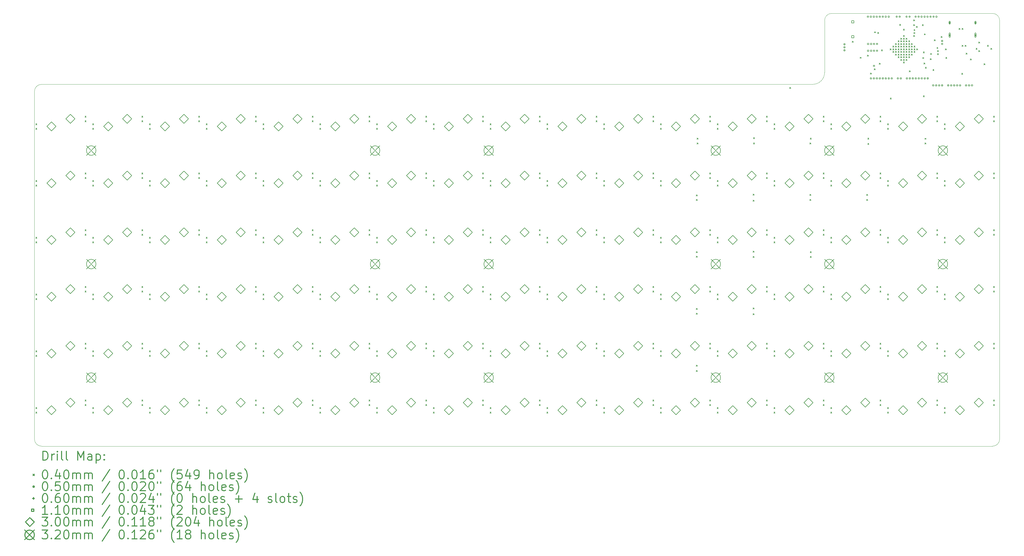
<source format=gbr>
%FSLAX45Y45*%
G04 Gerber Fmt 4.5, Leading zero omitted, Abs format (unit mm)*
G04 Created by KiCad (PCBNEW (5.1.4)-1) date 2021-09-15 16:32:07*
%MOMM*%
%LPD*%
G04 APERTURE LIST*
%ADD10C,0.050000*%
%ADD11C,0.200000*%
%ADD12C,0.300000*%
G04 APERTURE END LIST*
D10*
X36512500Y-6350000D02*
X36512500Y-20399375D01*
X36274375Y-6111875D02*
G75*
G02X36512500Y-6350000I0J-238125D01*
G01*
X30638750Y-8096250D02*
G75*
G02X30241875Y-8493125I-396875J0D01*
G01*
X30638750Y-6350000D02*
G75*
G02X30876875Y-6111875I238125J0D01*
G01*
X4127500Y-8731250D02*
G75*
G02X4365625Y-8493125I238125J0D01*
G01*
X30241875Y-8493125D02*
X4365625Y-8493125D01*
X30638750Y-6350000D02*
X30638750Y-8096250D01*
X36512500Y-20399375D02*
G75*
G02X36274375Y-20637500I-238125J0D01*
G01*
X4365625Y-20637500D02*
G75*
G02X4127500Y-20399375I0J238125D01*
G01*
X36274375Y-20637500D02*
X4365625Y-20637500D01*
X30876875Y-6111875D02*
X36274375Y-6111875D01*
X4127500Y-20399375D02*
X4127500Y-8731250D01*
D11*
X26332500Y-12197400D02*
X26372500Y-12237400D01*
X26372500Y-12197400D02*
X26332500Y-12237400D01*
X26332500Y-12349800D02*
X26372500Y-12389800D01*
X26372500Y-12349800D02*
X26332500Y-12389800D01*
X26332500Y-14102400D02*
X26372500Y-14142400D01*
X26372500Y-14102400D02*
X26332500Y-14142400D01*
X26332500Y-14254800D02*
X26372500Y-14294800D01*
X26372500Y-14254800D02*
X26332500Y-14294800D01*
X26332500Y-16007400D02*
X26372500Y-16047400D01*
X26372500Y-16007400D02*
X26332500Y-16047400D01*
X26332500Y-16172500D02*
X26372500Y-16212500D01*
X26372500Y-16172500D02*
X26332500Y-16212500D01*
X26332500Y-17912400D02*
X26372500Y-17952400D01*
X26372500Y-17912400D02*
X26332500Y-17952400D01*
X26332500Y-18090200D02*
X26372500Y-18130200D01*
X26372500Y-18090200D02*
X26332500Y-18130200D01*
X26357900Y-10292400D02*
X26397900Y-10332400D01*
X26397900Y-10292400D02*
X26357900Y-10332400D01*
X26357900Y-10457500D02*
X26397900Y-10497500D01*
X26397900Y-10457500D02*
X26357900Y-10497500D01*
X28237500Y-12172000D02*
X28277500Y-12212000D01*
X28277500Y-12172000D02*
X28237500Y-12212000D01*
X28237500Y-12375200D02*
X28277500Y-12415200D01*
X28277500Y-12375200D02*
X28237500Y-12415200D01*
X28237500Y-14089700D02*
X28277500Y-14129700D01*
X28277500Y-14089700D02*
X28237500Y-14129700D01*
X28237500Y-14267500D02*
X28277500Y-14307500D01*
X28277500Y-14267500D02*
X28237500Y-14307500D01*
X28237500Y-15994700D02*
X28277500Y-16034700D01*
X28277500Y-15994700D02*
X28237500Y-16034700D01*
X28237500Y-16185200D02*
X28277500Y-16225200D01*
X28277500Y-16185200D02*
X28237500Y-16225200D01*
X28250200Y-10279700D02*
X28290200Y-10319700D01*
X28290200Y-10279700D02*
X28250200Y-10319700D01*
X28250200Y-10457500D02*
X28290200Y-10497500D01*
X28290200Y-10457500D02*
X28250200Y-10497500D01*
X29466225Y-8590600D02*
X29506225Y-8630600D01*
X29506225Y-8590600D02*
X29466225Y-8630600D01*
X30142500Y-10457500D02*
X30182500Y-10497500D01*
X30182500Y-10457500D02*
X30142500Y-10497500D01*
X30142500Y-12184700D02*
X30182500Y-12224700D01*
X30182500Y-12184700D02*
X30142500Y-12224700D01*
X30142500Y-12349800D02*
X30182500Y-12389800D01*
X30182500Y-12349800D02*
X30142500Y-12389800D01*
X30155200Y-10292400D02*
X30195200Y-10332400D01*
X30195200Y-10292400D02*
X30155200Y-10332400D01*
X30155200Y-14102400D02*
X30195200Y-14142400D01*
X30195200Y-14102400D02*
X30155200Y-14142400D01*
X30155200Y-14267500D02*
X30195200Y-14307500D01*
X30195200Y-14267500D02*
X30155200Y-14307500D01*
X31564900Y-7041200D02*
X31604900Y-7081200D01*
X31604900Y-7041200D02*
X31564900Y-7081200D01*
X31825250Y-7580950D02*
X31865250Y-7620950D01*
X31865250Y-7580950D02*
X31825250Y-7620950D01*
X32047500Y-12184700D02*
X32087500Y-12224700D01*
X32087500Y-12184700D02*
X32047500Y-12224700D01*
X32047500Y-12349800D02*
X32087500Y-12389800D01*
X32087500Y-12349800D02*
X32047500Y-12389800D01*
X32075201Y-7511100D02*
X32115201Y-7551100D01*
X32115201Y-7511100D02*
X32075201Y-7551100D01*
X32085600Y-10292400D02*
X32125600Y-10332400D01*
X32125600Y-10292400D02*
X32085600Y-10332400D01*
X32085600Y-10470200D02*
X32125600Y-10510200D01*
X32125600Y-10470200D02*
X32085600Y-10510200D01*
X32174500Y-8108000D02*
X32214500Y-8148000D01*
X32214500Y-8108000D02*
X32174500Y-8148000D01*
X32301500Y-7968300D02*
X32341500Y-8008300D01*
X32341500Y-7968300D02*
X32301500Y-8008300D01*
X32310074Y-6727244D02*
X32350074Y-6767244D01*
X32350074Y-6727244D02*
X32310074Y-6767244D01*
X32415800Y-6749100D02*
X32455800Y-6789100D01*
X32455800Y-6749100D02*
X32415800Y-6789100D01*
X32472950Y-7781300D02*
X32512950Y-7821300D01*
X32512950Y-7781300D02*
X32472950Y-7821300D01*
X32542800Y-7333300D02*
X32582800Y-7373300D01*
X32582800Y-7333300D02*
X32542800Y-7373300D01*
X32834900Y-7295200D02*
X32874900Y-7335200D01*
X32874900Y-7295200D02*
X32834900Y-7335200D01*
X32838075Y-8949375D02*
X32878075Y-8989375D01*
X32878075Y-8949375D02*
X32838075Y-8989375D01*
X32923800Y-7206300D02*
X32963800Y-7246300D01*
X32963800Y-7206300D02*
X32923800Y-7246300D01*
X32923800Y-7295200D02*
X32963800Y-7335200D01*
X32963800Y-7295200D02*
X32923800Y-7335200D01*
X32923800Y-7384100D02*
X32963800Y-7424100D01*
X32963800Y-7384100D02*
X32923800Y-7424100D01*
X33012700Y-7117400D02*
X33052700Y-7157400D01*
X33052700Y-7117400D02*
X33012700Y-7157400D01*
X33012700Y-7206300D02*
X33052700Y-7246300D01*
X33052700Y-7206300D02*
X33012700Y-7246300D01*
X33012700Y-7295200D02*
X33052700Y-7335200D01*
X33052700Y-7295200D02*
X33012700Y-7335200D01*
X33012700Y-7384100D02*
X33052700Y-7424100D01*
X33052700Y-7384100D02*
X33012700Y-7424100D01*
X33012700Y-7473000D02*
X33052700Y-7513000D01*
X33052700Y-7473000D02*
X33012700Y-7513000D01*
X33101600Y-7028500D02*
X33141600Y-7068500D01*
X33141600Y-7028500D02*
X33101600Y-7068500D01*
X33101600Y-7117400D02*
X33141600Y-7157400D01*
X33141600Y-7117400D02*
X33101600Y-7157400D01*
X33101600Y-7206300D02*
X33141600Y-7246300D01*
X33141600Y-7206300D02*
X33101600Y-7246300D01*
X33101600Y-7295200D02*
X33141600Y-7335200D01*
X33141600Y-7295200D02*
X33101600Y-7335200D01*
X33101600Y-7384100D02*
X33141600Y-7424100D01*
X33141600Y-7384100D02*
X33101600Y-7424100D01*
X33101600Y-7473000D02*
X33141600Y-7513000D01*
X33141600Y-7473000D02*
X33101600Y-7513000D01*
X33101600Y-7561900D02*
X33141600Y-7601900D01*
X33141600Y-7561900D02*
X33101600Y-7601900D01*
X33152400Y-6476050D02*
X33192400Y-6516050D01*
X33192400Y-6476050D02*
X33152400Y-6516050D01*
X33190500Y-6939600D02*
X33230500Y-6979600D01*
X33230500Y-6939600D02*
X33190500Y-6979600D01*
X33190500Y-7028500D02*
X33230500Y-7068500D01*
X33230500Y-7028500D02*
X33190500Y-7068500D01*
X33190500Y-7117400D02*
X33230500Y-7157400D01*
X33230500Y-7117400D02*
X33190500Y-7157400D01*
X33190500Y-7206300D02*
X33230500Y-7246300D01*
X33230500Y-7206300D02*
X33190500Y-7246300D01*
X33190500Y-7295200D02*
X33230500Y-7335200D01*
X33230500Y-7295200D02*
X33190500Y-7335200D01*
X33190500Y-7384100D02*
X33230500Y-7424100D01*
X33230500Y-7384100D02*
X33190500Y-7424100D01*
X33190500Y-7473000D02*
X33230500Y-7513000D01*
X33230500Y-7473000D02*
X33190500Y-7513000D01*
X33190500Y-7561900D02*
X33230500Y-7601900D01*
X33230500Y-7561900D02*
X33190500Y-7601900D01*
X33190500Y-7650800D02*
X33230500Y-7690800D01*
X33230500Y-7650800D02*
X33190500Y-7690800D01*
X33279400Y-6634800D02*
X33319400Y-6674800D01*
X33319400Y-6634800D02*
X33279400Y-6674800D01*
X33279400Y-6850700D02*
X33319400Y-6890700D01*
X33319400Y-6850700D02*
X33279400Y-6890700D01*
X33279400Y-6939600D02*
X33319400Y-6979600D01*
X33319400Y-6939600D02*
X33279400Y-6979600D01*
X33279400Y-7028500D02*
X33319400Y-7068500D01*
X33319400Y-7028500D02*
X33279400Y-7068500D01*
X33279400Y-7117400D02*
X33319400Y-7157400D01*
X33319400Y-7117400D02*
X33279400Y-7157400D01*
X33279400Y-7206300D02*
X33319400Y-7246300D01*
X33319400Y-7206300D02*
X33279400Y-7246300D01*
X33279400Y-7295200D02*
X33319400Y-7335200D01*
X33319400Y-7295200D02*
X33279400Y-7335200D01*
X33279400Y-7384100D02*
X33319400Y-7424100D01*
X33319400Y-7384100D02*
X33279400Y-7424100D01*
X33279400Y-7473000D02*
X33319400Y-7513000D01*
X33319400Y-7473000D02*
X33279400Y-7513000D01*
X33279400Y-7561900D02*
X33319400Y-7601900D01*
X33319400Y-7561900D02*
X33279400Y-7601900D01*
X33279400Y-7650800D02*
X33319400Y-7690800D01*
X33319400Y-7650800D02*
X33279400Y-7690800D01*
X33279400Y-7739700D02*
X33319400Y-7779700D01*
X33319400Y-7739700D02*
X33279400Y-7779700D01*
X33368300Y-6939600D02*
X33408300Y-6979600D01*
X33408300Y-6939600D02*
X33368300Y-6979600D01*
X33368300Y-7028500D02*
X33408300Y-7068500D01*
X33408300Y-7028500D02*
X33368300Y-7068500D01*
X33368300Y-7117400D02*
X33408300Y-7157400D01*
X33408300Y-7117400D02*
X33368300Y-7157400D01*
X33368300Y-7206300D02*
X33408300Y-7246300D01*
X33408300Y-7206300D02*
X33368300Y-7246300D01*
X33368300Y-7295200D02*
X33408300Y-7335200D01*
X33408300Y-7295200D02*
X33368300Y-7335200D01*
X33368300Y-7384100D02*
X33408300Y-7424100D01*
X33408300Y-7384100D02*
X33368300Y-7424100D01*
X33368300Y-7473000D02*
X33408300Y-7513000D01*
X33408300Y-7473000D02*
X33368300Y-7513000D01*
X33368300Y-7561900D02*
X33408300Y-7601900D01*
X33408300Y-7561900D02*
X33368300Y-7601900D01*
X33368300Y-7650800D02*
X33408300Y-7690800D01*
X33408300Y-7650800D02*
X33368300Y-7690800D01*
X33457200Y-7028500D02*
X33497200Y-7068500D01*
X33497200Y-7028500D02*
X33457200Y-7068500D01*
X33457200Y-7117400D02*
X33497200Y-7157400D01*
X33497200Y-7117400D02*
X33457200Y-7157400D01*
X33457200Y-7206300D02*
X33497200Y-7246300D01*
X33497200Y-7206300D02*
X33457200Y-7246300D01*
X33457200Y-7295200D02*
X33497200Y-7335200D01*
X33497200Y-7295200D02*
X33457200Y-7335200D01*
X33457200Y-7384100D02*
X33497200Y-7424100D01*
X33497200Y-7384100D02*
X33457200Y-7424100D01*
X33457200Y-7473000D02*
X33497200Y-7513000D01*
X33497200Y-7473000D02*
X33457200Y-7513000D01*
X33457200Y-7561900D02*
X33497200Y-7601900D01*
X33497200Y-7561900D02*
X33457200Y-7601900D01*
X33479500Y-8034900D02*
X33519500Y-8074900D01*
X33519500Y-8034900D02*
X33479500Y-8074900D01*
X33546100Y-7117400D02*
X33586100Y-7157400D01*
X33586100Y-7117400D02*
X33546100Y-7157400D01*
X33546100Y-7206300D02*
X33586100Y-7246300D01*
X33586100Y-7206300D02*
X33546100Y-7246300D01*
X33546100Y-7295200D02*
X33586100Y-7335200D01*
X33586100Y-7295200D02*
X33546100Y-7335200D01*
X33546100Y-7384100D02*
X33586100Y-7424100D01*
X33586100Y-7384100D02*
X33546100Y-7424100D01*
X33546100Y-7473000D02*
X33586100Y-7513000D01*
X33586100Y-7473000D02*
X33546100Y-7513000D01*
X33622300Y-6324300D02*
X33662300Y-6364300D01*
X33662300Y-6324300D02*
X33622300Y-6364300D01*
X33622300Y-6482400D02*
X33662300Y-6522400D01*
X33662300Y-6482400D02*
X33622300Y-6522400D01*
X33622300Y-6850700D02*
X33662300Y-6890700D01*
X33662300Y-6850700D02*
X33622300Y-6890700D01*
X33632612Y-6751232D02*
X33672612Y-6791232D01*
X33672612Y-6751232D02*
X33632612Y-6791232D01*
X33635000Y-7206300D02*
X33675000Y-7246300D01*
X33675000Y-7206300D02*
X33635000Y-7246300D01*
X33635000Y-7295200D02*
X33675000Y-7335200D01*
X33675000Y-7295200D02*
X33635000Y-7335200D01*
X33635000Y-7384100D02*
X33675000Y-7424100D01*
X33675000Y-7384100D02*
X33635000Y-7424100D01*
X33635608Y-6651276D02*
X33675608Y-6691276D01*
X33675608Y-6651276D02*
X33635608Y-6691276D01*
X33714290Y-6544476D02*
X33754290Y-6584476D01*
X33754290Y-6544476D02*
X33714290Y-6584476D01*
X33723900Y-7295200D02*
X33763900Y-7335200D01*
X33763900Y-7295200D02*
X33723900Y-7335200D01*
X33914400Y-6482400D02*
X33954400Y-6522400D01*
X33954400Y-6482400D02*
X33914400Y-6522400D01*
X33924451Y-7589949D02*
X33964451Y-7629949D01*
X33964451Y-7589949D02*
X33924451Y-7629949D01*
X33947775Y-7399147D02*
X33987775Y-7439147D01*
X33987775Y-7399147D02*
X33947775Y-7439147D01*
X33949325Y-8870000D02*
X33989325Y-8910000D01*
X33989325Y-8870000D02*
X33949325Y-8910000D01*
X33968699Y-7769839D02*
X34008699Y-7809839D01*
X34008699Y-7769839D02*
X33968699Y-7809839D01*
X33982751Y-6794556D02*
X34022751Y-6834556D01*
X34022751Y-6794556D02*
X33982751Y-6834556D01*
X34003300Y-10299390D02*
X34043300Y-10339390D01*
X34043300Y-10299390D02*
X34003300Y-10339390D01*
X34003300Y-10457500D02*
X34043300Y-10497500D01*
X34043300Y-10457500D02*
X34003300Y-10497500D01*
X34016000Y-7917500D02*
X34056000Y-7957500D01*
X34056000Y-7917500D02*
X34016000Y-7957500D01*
X34181100Y-7625400D02*
X34221100Y-7665400D01*
X34221100Y-7625400D02*
X34181100Y-7665400D01*
X34187680Y-7454593D02*
X34227680Y-7494593D01*
X34227680Y-7454593D02*
X34187680Y-7494593D01*
X34270000Y-7993700D02*
X34310000Y-8033700D01*
X34310000Y-7993700D02*
X34270000Y-8033700D01*
X34316664Y-6992088D02*
X34356664Y-7032088D01*
X34356664Y-6992088D02*
X34316664Y-7032088D01*
X34404735Y-7252135D02*
X34444735Y-7292135D01*
X34444735Y-7252135D02*
X34404735Y-7292135D01*
X34422400Y-7359500D02*
X34462400Y-7399500D01*
X34462400Y-7359500D02*
X34422400Y-7399500D01*
X34422400Y-7459500D02*
X34462400Y-7499500D01*
X34462400Y-7459500D02*
X34422400Y-7499500D01*
X34543050Y-6882450D02*
X34583050Y-6922450D01*
X34583050Y-6882450D02*
X34543050Y-6922450D01*
X34689100Y-7295200D02*
X34729100Y-7335200D01*
X34729100Y-7295200D02*
X34689100Y-7335200D01*
X34701800Y-7587300D02*
X34741800Y-7627300D01*
X34741800Y-7587300D02*
X34701800Y-7627300D01*
X35145200Y-6609400D02*
X35185200Y-6649400D01*
X35185200Y-6609400D02*
X35145200Y-6649400D01*
X35235200Y-8120700D02*
X35275200Y-8160700D01*
X35275200Y-8120700D02*
X35235200Y-8160700D01*
X35248700Y-7180900D02*
X35288700Y-7220900D01*
X35288700Y-7180900D02*
X35248700Y-7220900D01*
X35250600Y-6609400D02*
X35290600Y-6649400D01*
X35290600Y-6609400D02*
X35250600Y-6649400D01*
X35348700Y-7180900D02*
X35388700Y-7220900D01*
X35388700Y-7180900D02*
X35348700Y-7220900D01*
X35381250Y-7441250D02*
X35421250Y-7481250D01*
X35421250Y-7441250D02*
X35381250Y-7481250D01*
X35527300Y-7638100D02*
X35567300Y-7678100D01*
X35567300Y-7638100D02*
X35527300Y-7678100D01*
X35717800Y-7282500D02*
X35757800Y-7322500D01*
X35757800Y-7282500D02*
X35717800Y-7322500D01*
X35806700Y-7066600D02*
X35846700Y-7106600D01*
X35846700Y-7066600D02*
X35806700Y-7106600D01*
X35806700Y-7358700D02*
X35846700Y-7398700D01*
X35846700Y-7358700D02*
X35806700Y-7398700D01*
X35984500Y-7796850D02*
X36024500Y-7836850D01*
X36024500Y-7796850D02*
X35984500Y-7836850D01*
X36098800Y-7180900D02*
X36138800Y-7220900D01*
X36138800Y-7180900D02*
X36098800Y-7220900D01*
X36213100Y-7282500D02*
X36253100Y-7322500D01*
X36253100Y-7282500D02*
X36213100Y-7322500D01*
X28936000Y-19334800D02*
X28976000Y-19374800D01*
X28976000Y-19334800D02*
X28936000Y-19374800D01*
X28936000Y-19487200D02*
X28976000Y-19527200D01*
X28976000Y-19487200D02*
X28936000Y-19527200D01*
X30587000Y-19080800D02*
X30627000Y-19120800D01*
X30627000Y-19080800D02*
X30587000Y-19120800D01*
X30587000Y-19233200D02*
X30627000Y-19273200D01*
X30627000Y-19233200D02*
X30587000Y-19273200D01*
X17506000Y-17429800D02*
X17546000Y-17469800D01*
X17546000Y-17429800D02*
X17506000Y-17469800D01*
X17506000Y-17582200D02*
X17546000Y-17622200D01*
X17546000Y-17582200D02*
X17506000Y-17622200D01*
X19157000Y-17175800D02*
X19197000Y-17215800D01*
X19197000Y-17175800D02*
X19157000Y-17215800D01*
X19157000Y-17328200D02*
X19197000Y-17368200D01*
X19197000Y-17328200D02*
X19157000Y-17368200D01*
X27031000Y-11714800D02*
X27071000Y-11754800D01*
X27071000Y-11714800D02*
X27031000Y-11754800D01*
X27031000Y-11867200D02*
X27071000Y-11907200D01*
X27071000Y-11867200D02*
X27031000Y-11907200D01*
X28682000Y-11460800D02*
X28722000Y-11500800D01*
X28722000Y-11460800D02*
X28682000Y-11500800D01*
X28682000Y-11613200D02*
X28722000Y-11653200D01*
X28722000Y-11613200D02*
X28682000Y-11653200D01*
X7981000Y-11714800D02*
X8021000Y-11754800D01*
X8021000Y-11714800D02*
X7981000Y-11754800D01*
X7981000Y-11867200D02*
X8021000Y-11907200D01*
X8021000Y-11867200D02*
X7981000Y-11907200D01*
X9632000Y-11460800D02*
X9672000Y-11500800D01*
X9672000Y-11460800D02*
X9632000Y-11500800D01*
X9632000Y-11613200D02*
X9672000Y-11653200D01*
X9672000Y-11613200D02*
X9632000Y-11653200D01*
X21316000Y-19334800D02*
X21356000Y-19374800D01*
X21356000Y-19334800D02*
X21316000Y-19374800D01*
X21316000Y-19487200D02*
X21356000Y-19527200D01*
X21356000Y-19487200D02*
X21316000Y-19527200D01*
X22967000Y-19080800D02*
X23007000Y-19120800D01*
X23007000Y-19080800D02*
X22967000Y-19120800D01*
X22967000Y-19233200D02*
X23007000Y-19273200D01*
X23007000Y-19233200D02*
X22967000Y-19273200D01*
X27031000Y-19334800D02*
X27071000Y-19374800D01*
X27071000Y-19334800D02*
X27031000Y-19374800D01*
X27031000Y-19487200D02*
X27071000Y-19527200D01*
X27071000Y-19487200D02*
X27031000Y-19527200D01*
X28682000Y-19080800D02*
X28722000Y-19120800D01*
X28722000Y-19080800D02*
X28682000Y-19120800D01*
X28682000Y-19233200D02*
X28722000Y-19273200D01*
X28722000Y-19233200D02*
X28682000Y-19273200D01*
X6076000Y-11714800D02*
X6116000Y-11754800D01*
X6116000Y-11714800D02*
X6076000Y-11754800D01*
X6076000Y-11867200D02*
X6116000Y-11907200D01*
X6116000Y-11867200D02*
X6076000Y-11907200D01*
X7727000Y-11460800D02*
X7767000Y-11500800D01*
X7767000Y-11460800D02*
X7727000Y-11500800D01*
X7727000Y-11613200D02*
X7767000Y-11653200D01*
X7767000Y-11613200D02*
X7727000Y-11653200D01*
X21316000Y-17429800D02*
X21356000Y-17469800D01*
X21356000Y-17429800D02*
X21316000Y-17469800D01*
X21316000Y-17582200D02*
X21356000Y-17622200D01*
X21356000Y-17582200D02*
X21316000Y-17622200D01*
X22967000Y-17175800D02*
X23007000Y-17215800D01*
X23007000Y-17175800D02*
X22967000Y-17215800D01*
X22967000Y-17328200D02*
X23007000Y-17368200D01*
X23007000Y-17328200D02*
X22967000Y-17368200D01*
X28936000Y-17429800D02*
X28976000Y-17469800D01*
X28976000Y-17429800D02*
X28936000Y-17469800D01*
X28936000Y-17582200D02*
X28976000Y-17622200D01*
X28976000Y-17582200D02*
X28936000Y-17622200D01*
X30587000Y-17175800D02*
X30627000Y-17215800D01*
X30627000Y-17175800D02*
X30587000Y-17215800D01*
X30587000Y-17328200D02*
X30627000Y-17368200D01*
X30627000Y-17328200D02*
X30587000Y-17368200D01*
X13696000Y-15524800D02*
X13736000Y-15564800D01*
X13736000Y-15524800D02*
X13696000Y-15564800D01*
X13696000Y-15677200D02*
X13736000Y-15717200D01*
X13736000Y-15677200D02*
X13696000Y-15717200D01*
X15347000Y-15270800D02*
X15387000Y-15310800D01*
X15387000Y-15270800D02*
X15347000Y-15310800D01*
X15347000Y-15423200D02*
X15387000Y-15463200D01*
X15387000Y-15423200D02*
X15347000Y-15463200D01*
X17506000Y-13619800D02*
X17546000Y-13659800D01*
X17546000Y-13619800D02*
X17506000Y-13659800D01*
X17506000Y-13772200D02*
X17546000Y-13812200D01*
X17546000Y-13772200D02*
X17506000Y-13812200D01*
X19157000Y-13365800D02*
X19197000Y-13405800D01*
X19197000Y-13365800D02*
X19157000Y-13405800D01*
X19157000Y-13518200D02*
X19197000Y-13558200D01*
X19197000Y-13518200D02*
X19157000Y-13558200D01*
X11791000Y-19334800D02*
X11831000Y-19374800D01*
X11831000Y-19334800D02*
X11791000Y-19374800D01*
X11791000Y-19487200D02*
X11831000Y-19527200D01*
X11831000Y-19487200D02*
X11791000Y-19527200D01*
X13442000Y-19080800D02*
X13482000Y-19120800D01*
X13482000Y-19080800D02*
X13442000Y-19120800D01*
X13442000Y-19233200D02*
X13482000Y-19273200D01*
X13482000Y-19233200D02*
X13442000Y-19273200D01*
X30841000Y-17429800D02*
X30881000Y-17469800D01*
X30881000Y-17429800D02*
X30841000Y-17469800D01*
X30841000Y-17582200D02*
X30881000Y-17622200D01*
X30881000Y-17582200D02*
X30841000Y-17622200D01*
X32492000Y-17175800D02*
X32532000Y-17215800D01*
X32532000Y-17175800D02*
X32492000Y-17215800D01*
X32492000Y-17328200D02*
X32532000Y-17368200D01*
X32532000Y-17328200D02*
X32492000Y-17368200D01*
X6076000Y-19334800D02*
X6116000Y-19374800D01*
X6116000Y-19334800D02*
X6076000Y-19374800D01*
X6076000Y-19487200D02*
X6116000Y-19527200D01*
X6116000Y-19487200D02*
X6076000Y-19527200D01*
X7727000Y-19080800D02*
X7767000Y-19120800D01*
X7767000Y-19080800D02*
X7727000Y-19120800D01*
X7727000Y-19233200D02*
X7767000Y-19273200D01*
X7767000Y-19233200D02*
X7727000Y-19273200D01*
X15601000Y-19334800D02*
X15641000Y-19374800D01*
X15641000Y-19334800D02*
X15601000Y-19374800D01*
X15601000Y-19487200D02*
X15641000Y-19527200D01*
X15641000Y-19487200D02*
X15601000Y-19527200D01*
X17252000Y-19080800D02*
X17292000Y-19120800D01*
X17292000Y-19080800D02*
X17252000Y-19120800D01*
X17252000Y-19233200D02*
X17292000Y-19273200D01*
X17292000Y-19233200D02*
X17252000Y-19273200D01*
X4171000Y-9809800D02*
X4211000Y-9849800D01*
X4211000Y-9809800D02*
X4171000Y-9849800D01*
X4171000Y-9962200D02*
X4211000Y-10002200D01*
X4211000Y-9962200D02*
X4171000Y-10002200D01*
X5822000Y-9555800D02*
X5862000Y-9595800D01*
X5862000Y-9555800D02*
X5822000Y-9595800D01*
X5822000Y-9708200D02*
X5862000Y-9748200D01*
X5862000Y-9708200D02*
X5822000Y-9748200D01*
X32746000Y-19334800D02*
X32786000Y-19374800D01*
X32786000Y-19334800D02*
X32746000Y-19374800D01*
X32746000Y-19487200D02*
X32786000Y-19527200D01*
X32786000Y-19487200D02*
X32746000Y-19527200D01*
X34397000Y-19080800D02*
X34437000Y-19120800D01*
X34437000Y-19080800D02*
X34397000Y-19120800D01*
X34397000Y-19233200D02*
X34437000Y-19273200D01*
X34437000Y-19233200D02*
X34397000Y-19273200D01*
X9886000Y-11714800D02*
X9926000Y-11754800D01*
X9926000Y-11714800D02*
X9886000Y-11754800D01*
X9886000Y-11867200D02*
X9926000Y-11907200D01*
X9926000Y-11867200D02*
X9886000Y-11907200D01*
X11537000Y-11460800D02*
X11577000Y-11500800D01*
X11577000Y-11460800D02*
X11537000Y-11500800D01*
X11537000Y-11613200D02*
X11577000Y-11653200D01*
X11577000Y-11613200D02*
X11537000Y-11653200D01*
X23221000Y-15524800D02*
X23261000Y-15564800D01*
X23261000Y-15524800D02*
X23221000Y-15564800D01*
X23221000Y-15677200D02*
X23261000Y-15717200D01*
X23261000Y-15677200D02*
X23221000Y-15717200D01*
X24872000Y-15270800D02*
X24912000Y-15310800D01*
X24912000Y-15270800D02*
X24872000Y-15310800D01*
X24872000Y-15423200D02*
X24912000Y-15463200D01*
X24912000Y-15423200D02*
X24872000Y-15463200D01*
X7981000Y-9809800D02*
X8021000Y-9849800D01*
X8021000Y-9809800D02*
X7981000Y-9849800D01*
X7981000Y-9962200D02*
X8021000Y-10002200D01*
X8021000Y-9962200D02*
X7981000Y-10002200D01*
X9632000Y-9555800D02*
X9672000Y-9595800D01*
X9672000Y-9555800D02*
X9632000Y-9595800D01*
X9632000Y-9708200D02*
X9672000Y-9748200D01*
X9672000Y-9708200D02*
X9632000Y-9748200D01*
X32746000Y-15524800D02*
X32786000Y-15564800D01*
X32786000Y-15524800D02*
X32746000Y-15564800D01*
X32746000Y-15677200D02*
X32786000Y-15717200D01*
X32786000Y-15677200D02*
X32746000Y-15717200D01*
X34397000Y-15270800D02*
X34437000Y-15310800D01*
X34437000Y-15270800D02*
X34397000Y-15310800D01*
X34397000Y-15423200D02*
X34437000Y-15463200D01*
X34437000Y-15423200D02*
X34397000Y-15463200D01*
X11791000Y-17429800D02*
X11831000Y-17469800D01*
X11831000Y-17429800D02*
X11791000Y-17469800D01*
X11791000Y-17582200D02*
X11831000Y-17622200D01*
X11831000Y-17582200D02*
X11791000Y-17622200D01*
X13442000Y-17175800D02*
X13482000Y-17215800D01*
X13482000Y-17175800D02*
X13442000Y-17215800D01*
X13442000Y-17328200D02*
X13482000Y-17368200D01*
X13482000Y-17328200D02*
X13442000Y-17368200D01*
X21316000Y-11714800D02*
X21356000Y-11754800D01*
X21356000Y-11714800D02*
X21316000Y-11754800D01*
X21316000Y-11867200D02*
X21356000Y-11907200D01*
X21356000Y-11867200D02*
X21316000Y-11907200D01*
X22967000Y-11460800D02*
X23007000Y-11500800D01*
X23007000Y-11460800D02*
X22967000Y-11500800D01*
X22967000Y-11613200D02*
X23007000Y-11653200D01*
X23007000Y-11613200D02*
X22967000Y-11653200D01*
X6076000Y-13619800D02*
X6116000Y-13659800D01*
X6116000Y-13619800D02*
X6076000Y-13659800D01*
X6076000Y-13772200D02*
X6116000Y-13812200D01*
X6116000Y-13772200D02*
X6076000Y-13812200D01*
X7727000Y-13365800D02*
X7767000Y-13405800D01*
X7767000Y-13365800D02*
X7727000Y-13405800D01*
X7727000Y-13518200D02*
X7767000Y-13558200D01*
X7767000Y-13518200D02*
X7727000Y-13558200D01*
X34651000Y-19334800D02*
X34691000Y-19374800D01*
X34691000Y-19334800D02*
X34651000Y-19374800D01*
X34651000Y-19487200D02*
X34691000Y-19527200D01*
X34691000Y-19487200D02*
X34651000Y-19527200D01*
X36302000Y-19080800D02*
X36342000Y-19120800D01*
X36342000Y-19080800D02*
X36302000Y-19120800D01*
X36302000Y-19233200D02*
X36342000Y-19273200D01*
X36342000Y-19233200D02*
X36302000Y-19273200D01*
X15601000Y-9809800D02*
X15641000Y-9849800D01*
X15641000Y-9809800D02*
X15601000Y-9849800D01*
X15601000Y-9962200D02*
X15641000Y-10002200D01*
X15641000Y-9962200D02*
X15601000Y-10002200D01*
X17252000Y-9555800D02*
X17292000Y-9595800D01*
X17292000Y-9555800D02*
X17252000Y-9595800D01*
X17252000Y-9708200D02*
X17292000Y-9748200D01*
X17292000Y-9708200D02*
X17252000Y-9748200D01*
X25126000Y-15524800D02*
X25166000Y-15564800D01*
X25166000Y-15524800D02*
X25126000Y-15564800D01*
X25126000Y-15677200D02*
X25166000Y-15717200D01*
X25166000Y-15677200D02*
X25126000Y-15717200D01*
X26777000Y-15270800D02*
X26817000Y-15310800D01*
X26817000Y-15270800D02*
X26777000Y-15310800D01*
X26777000Y-15423200D02*
X26817000Y-15463200D01*
X26817000Y-15423200D02*
X26777000Y-15463200D01*
X7981000Y-13619800D02*
X8021000Y-13659800D01*
X8021000Y-13619800D02*
X7981000Y-13659800D01*
X7981000Y-13772200D02*
X8021000Y-13812200D01*
X8021000Y-13772200D02*
X7981000Y-13812200D01*
X9632000Y-13365800D02*
X9672000Y-13405800D01*
X9672000Y-13365800D02*
X9632000Y-13405800D01*
X9632000Y-13518200D02*
X9672000Y-13558200D01*
X9672000Y-13518200D02*
X9632000Y-13558200D01*
X27031000Y-13619800D02*
X27071000Y-13659800D01*
X27071000Y-13619800D02*
X27031000Y-13659800D01*
X27031000Y-13772200D02*
X27071000Y-13812200D01*
X27071000Y-13772200D02*
X27031000Y-13812200D01*
X28682000Y-13365800D02*
X28722000Y-13405800D01*
X28722000Y-13365800D02*
X28682000Y-13405800D01*
X28682000Y-13518200D02*
X28722000Y-13558200D01*
X28722000Y-13518200D02*
X28682000Y-13558200D01*
X32746000Y-9809800D02*
X32786000Y-9849800D01*
X32786000Y-9809800D02*
X32746000Y-9849800D01*
X32746000Y-9962200D02*
X32786000Y-10002200D01*
X32786000Y-9962200D02*
X32746000Y-10002200D01*
X34397000Y-9555800D02*
X34437000Y-9595800D01*
X34437000Y-9555800D02*
X34397000Y-9595800D01*
X34397000Y-9708200D02*
X34437000Y-9748200D01*
X34437000Y-9708200D02*
X34397000Y-9748200D01*
X23221000Y-11714800D02*
X23261000Y-11754800D01*
X23261000Y-11714800D02*
X23221000Y-11754800D01*
X23221000Y-11867200D02*
X23261000Y-11907200D01*
X23261000Y-11867200D02*
X23221000Y-11907200D01*
X24872000Y-11460800D02*
X24912000Y-11500800D01*
X24912000Y-11460800D02*
X24872000Y-11500800D01*
X24872000Y-11613200D02*
X24912000Y-11653200D01*
X24912000Y-11613200D02*
X24872000Y-11653200D01*
X9886000Y-15524800D02*
X9926000Y-15564800D01*
X9926000Y-15524800D02*
X9886000Y-15564800D01*
X9886000Y-15677200D02*
X9926000Y-15717200D01*
X9926000Y-15677200D02*
X9886000Y-15717200D01*
X11537000Y-15270800D02*
X11577000Y-15310800D01*
X11577000Y-15270800D02*
X11537000Y-15310800D01*
X11537000Y-15423200D02*
X11577000Y-15463200D01*
X11577000Y-15423200D02*
X11537000Y-15463200D01*
X28936000Y-13619800D02*
X28976000Y-13659800D01*
X28976000Y-13619800D02*
X28936000Y-13659800D01*
X28936000Y-13772200D02*
X28976000Y-13812200D01*
X28976000Y-13772200D02*
X28936000Y-13812200D01*
X30587000Y-13365800D02*
X30627000Y-13405800D01*
X30627000Y-13365800D02*
X30587000Y-13405800D01*
X30587000Y-13518200D02*
X30627000Y-13558200D01*
X30627000Y-13518200D02*
X30587000Y-13558200D01*
X34651000Y-11714800D02*
X34691000Y-11754800D01*
X34691000Y-11714800D02*
X34651000Y-11754800D01*
X34651000Y-11867200D02*
X34691000Y-11907200D01*
X34691000Y-11867200D02*
X34651000Y-11907200D01*
X36302000Y-11460800D02*
X36342000Y-11500800D01*
X36342000Y-11460800D02*
X36302000Y-11500800D01*
X36302000Y-11613200D02*
X36342000Y-11653200D01*
X36342000Y-11613200D02*
X36302000Y-11653200D01*
X17506000Y-9809800D02*
X17546000Y-9849800D01*
X17546000Y-9809800D02*
X17506000Y-9849800D01*
X17506000Y-9962200D02*
X17546000Y-10002200D01*
X17546000Y-9962200D02*
X17506000Y-10002200D01*
X19157000Y-9555800D02*
X19197000Y-9595800D01*
X19197000Y-9555800D02*
X19157000Y-9595800D01*
X19157000Y-9708200D02*
X19197000Y-9748200D01*
X19197000Y-9708200D02*
X19157000Y-9748200D01*
X11791000Y-15524800D02*
X11831000Y-15564800D01*
X11831000Y-15524800D02*
X11791000Y-15564800D01*
X11791000Y-15677200D02*
X11831000Y-15717200D01*
X11831000Y-15677200D02*
X11791000Y-15717200D01*
X13442000Y-15270800D02*
X13482000Y-15310800D01*
X13482000Y-15270800D02*
X13442000Y-15310800D01*
X13442000Y-15423200D02*
X13482000Y-15463200D01*
X13482000Y-15423200D02*
X13442000Y-15463200D01*
X30841000Y-11714800D02*
X30881000Y-11754800D01*
X30881000Y-11714800D02*
X30841000Y-11754800D01*
X30841000Y-11867200D02*
X30881000Y-11907200D01*
X30881000Y-11867200D02*
X30841000Y-11907200D01*
X32492000Y-11460800D02*
X32532000Y-11500800D01*
X32532000Y-11460800D02*
X32492000Y-11500800D01*
X32492000Y-11613200D02*
X32532000Y-11653200D01*
X32532000Y-11613200D02*
X32492000Y-11653200D01*
X25126000Y-19334800D02*
X25166000Y-19374800D01*
X25166000Y-19334800D02*
X25126000Y-19374800D01*
X25126000Y-19487200D02*
X25166000Y-19527200D01*
X25166000Y-19487200D02*
X25126000Y-19527200D01*
X26777000Y-19080800D02*
X26817000Y-19120800D01*
X26817000Y-19080800D02*
X26777000Y-19120800D01*
X26777000Y-19233200D02*
X26817000Y-19273200D01*
X26817000Y-19233200D02*
X26777000Y-19273200D01*
X32746000Y-11714800D02*
X32786000Y-11754800D01*
X32786000Y-11714800D02*
X32746000Y-11754800D01*
X32746000Y-11867200D02*
X32786000Y-11907200D01*
X32786000Y-11867200D02*
X32746000Y-11907200D01*
X34397000Y-11460800D02*
X34437000Y-11500800D01*
X34437000Y-11460800D02*
X34397000Y-11500800D01*
X34397000Y-11613200D02*
X34437000Y-11653200D01*
X34437000Y-11613200D02*
X34397000Y-11653200D01*
X13696000Y-13619800D02*
X13736000Y-13659800D01*
X13736000Y-13619800D02*
X13696000Y-13659800D01*
X13696000Y-13772200D02*
X13736000Y-13812200D01*
X13736000Y-13772200D02*
X13696000Y-13812200D01*
X15347000Y-13365800D02*
X15387000Y-13405800D01*
X15387000Y-13365800D02*
X15347000Y-13405800D01*
X15347000Y-13518200D02*
X15387000Y-13558200D01*
X15387000Y-13518200D02*
X15347000Y-13558200D01*
X23221000Y-13619800D02*
X23261000Y-13659800D01*
X23261000Y-13619800D02*
X23221000Y-13659800D01*
X23221000Y-13772200D02*
X23261000Y-13812200D01*
X23261000Y-13772200D02*
X23221000Y-13812200D01*
X24872000Y-13365800D02*
X24912000Y-13405800D01*
X24912000Y-13365800D02*
X24872000Y-13405800D01*
X24872000Y-13518200D02*
X24912000Y-13558200D01*
X24912000Y-13518200D02*
X24872000Y-13558200D01*
X28936000Y-11714800D02*
X28976000Y-11754800D01*
X28976000Y-11714800D02*
X28936000Y-11754800D01*
X28936000Y-11867200D02*
X28976000Y-11907200D01*
X28976000Y-11867200D02*
X28936000Y-11907200D01*
X30587000Y-11460800D02*
X30627000Y-11500800D01*
X30627000Y-11460800D02*
X30587000Y-11500800D01*
X30587000Y-11613200D02*
X30627000Y-11653200D01*
X30627000Y-11613200D02*
X30587000Y-11653200D01*
X7981000Y-17429800D02*
X8021000Y-17469800D01*
X8021000Y-17429800D02*
X7981000Y-17469800D01*
X7981000Y-17582200D02*
X8021000Y-17622200D01*
X8021000Y-17582200D02*
X7981000Y-17622200D01*
X9632000Y-17175800D02*
X9672000Y-17215800D01*
X9672000Y-17175800D02*
X9632000Y-17215800D01*
X9632000Y-17328200D02*
X9672000Y-17368200D01*
X9672000Y-17328200D02*
X9632000Y-17368200D01*
X21316000Y-9809800D02*
X21356000Y-9849800D01*
X21356000Y-9809800D02*
X21316000Y-9849800D01*
X21316000Y-9962200D02*
X21356000Y-10002200D01*
X21356000Y-9962200D02*
X21316000Y-10002200D01*
X22967000Y-9555800D02*
X23007000Y-9595800D01*
X23007000Y-9555800D02*
X22967000Y-9595800D01*
X22967000Y-9708200D02*
X23007000Y-9748200D01*
X23007000Y-9708200D02*
X22967000Y-9748200D01*
X6076000Y-9809800D02*
X6116000Y-9849800D01*
X6116000Y-9809800D02*
X6076000Y-9849800D01*
X6076000Y-9962200D02*
X6116000Y-10002200D01*
X6116000Y-9962200D02*
X6076000Y-10002200D01*
X7727000Y-9555800D02*
X7767000Y-9595800D01*
X7767000Y-9555800D02*
X7727000Y-9595800D01*
X7727000Y-9708200D02*
X7767000Y-9748200D01*
X7767000Y-9708200D02*
X7727000Y-9748200D01*
X30841000Y-9809800D02*
X30881000Y-9849800D01*
X30881000Y-9809800D02*
X30841000Y-9849800D01*
X30841000Y-9962200D02*
X30881000Y-10002200D01*
X30881000Y-9962200D02*
X30841000Y-10002200D01*
X32492000Y-9555800D02*
X32532000Y-9595800D01*
X32532000Y-9555800D02*
X32492000Y-9595800D01*
X32492000Y-9708200D02*
X32532000Y-9748200D01*
X32532000Y-9708200D02*
X32492000Y-9748200D01*
X4171000Y-15524800D02*
X4211000Y-15564800D01*
X4211000Y-15524800D02*
X4171000Y-15564800D01*
X4171000Y-15677200D02*
X4211000Y-15717200D01*
X4211000Y-15677200D02*
X4171000Y-15717200D01*
X5822000Y-15270800D02*
X5862000Y-15310800D01*
X5862000Y-15270800D02*
X5822000Y-15310800D01*
X5822000Y-15423200D02*
X5862000Y-15463200D01*
X5862000Y-15423200D02*
X5822000Y-15463200D01*
X17506000Y-11714800D02*
X17546000Y-11754800D01*
X17546000Y-11714800D02*
X17506000Y-11754800D01*
X17506000Y-11867200D02*
X17546000Y-11907200D01*
X17546000Y-11867200D02*
X17506000Y-11907200D01*
X19157000Y-11460800D02*
X19197000Y-11500800D01*
X19197000Y-11460800D02*
X19157000Y-11500800D01*
X19157000Y-11613200D02*
X19197000Y-11653200D01*
X19197000Y-11613200D02*
X19157000Y-11653200D01*
X13696000Y-17429800D02*
X13736000Y-17469800D01*
X13736000Y-17429800D02*
X13696000Y-17469800D01*
X13696000Y-17582200D02*
X13736000Y-17622200D01*
X13736000Y-17582200D02*
X13696000Y-17622200D01*
X15347000Y-17175800D02*
X15387000Y-17215800D01*
X15387000Y-17175800D02*
X15347000Y-17215800D01*
X15347000Y-17328200D02*
X15387000Y-17368200D01*
X15387000Y-17328200D02*
X15347000Y-17368200D01*
X30841000Y-19334800D02*
X30881000Y-19374800D01*
X30881000Y-19334800D02*
X30841000Y-19374800D01*
X30841000Y-19487200D02*
X30881000Y-19527200D01*
X30881000Y-19487200D02*
X30841000Y-19527200D01*
X32492000Y-19080800D02*
X32532000Y-19120800D01*
X32532000Y-19080800D02*
X32492000Y-19120800D01*
X32492000Y-19233200D02*
X32532000Y-19273200D01*
X32532000Y-19233200D02*
X32492000Y-19273200D01*
X7981000Y-19334800D02*
X8021000Y-19374800D01*
X8021000Y-19334800D02*
X7981000Y-19374800D01*
X7981000Y-19487200D02*
X8021000Y-19527200D01*
X8021000Y-19487200D02*
X7981000Y-19527200D01*
X9632000Y-19080800D02*
X9672000Y-19120800D01*
X9672000Y-19080800D02*
X9632000Y-19120800D01*
X9632000Y-19233200D02*
X9672000Y-19273200D01*
X9672000Y-19233200D02*
X9632000Y-19273200D01*
X21316000Y-13619800D02*
X21356000Y-13659800D01*
X21356000Y-13619800D02*
X21316000Y-13659800D01*
X21316000Y-13772200D02*
X21356000Y-13812200D01*
X21356000Y-13772200D02*
X21316000Y-13812200D01*
X22967000Y-13365800D02*
X23007000Y-13405800D01*
X23007000Y-13365800D02*
X22967000Y-13405800D01*
X22967000Y-13518200D02*
X23007000Y-13558200D01*
X23007000Y-13518200D02*
X22967000Y-13558200D01*
X15601000Y-11714800D02*
X15641000Y-11754800D01*
X15641000Y-11714800D02*
X15601000Y-11754800D01*
X15601000Y-11867200D02*
X15641000Y-11907200D01*
X15641000Y-11867200D02*
X15601000Y-11907200D01*
X17252000Y-11460800D02*
X17292000Y-11500800D01*
X17292000Y-11460800D02*
X17252000Y-11500800D01*
X17252000Y-11613200D02*
X17292000Y-11653200D01*
X17292000Y-11613200D02*
X17252000Y-11653200D01*
X34651000Y-9809800D02*
X34691000Y-9849800D01*
X34691000Y-9809800D02*
X34651000Y-9849800D01*
X34651000Y-9962200D02*
X34691000Y-10002200D01*
X34691000Y-9962200D02*
X34651000Y-10002200D01*
X36302000Y-9555800D02*
X36342000Y-9595800D01*
X36342000Y-9555800D02*
X36302000Y-9595800D01*
X36302000Y-9708200D02*
X36342000Y-9748200D01*
X36342000Y-9708200D02*
X36302000Y-9748200D01*
X11791000Y-11714800D02*
X11831000Y-11754800D01*
X11831000Y-11714800D02*
X11791000Y-11754800D01*
X11791000Y-11867200D02*
X11831000Y-11907200D01*
X11831000Y-11867200D02*
X11791000Y-11907200D01*
X13442000Y-11460800D02*
X13482000Y-11500800D01*
X13482000Y-11460800D02*
X13442000Y-11500800D01*
X13442000Y-11613200D02*
X13482000Y-11653200D01*
X13482000Y-11613200D02*
X13442000Y-11653200D01*
X19411000Y-11714800D02*
X19451000Y-11754800D01*
X19451000Y-11714800D02*
X19411000Y-11754800D01*
X19411000Y-11867200D02*
X19451000Y-11907200D01*
X19451000Y-11867200D02*
X19411000Y-11907200D01*
X21062000Y-11460800D02*
X21102000Y-11500800D01*
X21102000Y-11460800D02*
X21062000Y-11500800D01*
X21062000Y-11613200D02*
X21102000Y-11653200D01*
X21102000Y-11613200D02*
X21062000Y-11653200D01*
X15601000Y-13619800D02*
X15641000Y-13659800D01*
X15641000Y-13619800D02*
X15601000Y-13659800D01*
X15601000Y-13772200D02*
X15641000Y-13812200D01*
X15641000Y-13772200D02*
X15601000Y-13812200D01*
X17252000Y-13365800D02*
X17292000Y-13405800D01*
X17292000Y-13365800D02*
X17252000Y-13405800D01*
X17252000Y-13518200D02*
X17292000Y-13558200D01*
X17292000Y-13518200D02*
X17252000Y-13558200D01*
X13696000Y-11714800D02*
X13736000Y-11754800D01*
X13736000Y-11714800D02*
X13696000Y-11754800D01*
X13696000Y-11867200D02*
X13736000Y-11907200D01*
X13736000Y-11867200D02*
X13696000Y-11907200D01*
X15347000Y-11460800D02*
X15387000Y-11500800D01*
X15387000Y-11460800D02*
X15347000Y-11500800D01*
X15347000Y-11613200D02*
X15387000Y-11653200D01*
X15387000Y-11613200D02*
X15347000Y-11653200D01*
X19411000Y-13619800D02*
X19451000Y-13659800D01*
X19451000Y-13619800D02*
X19411000Y-13659800D01*
X19411000Y-13772200D02*
X19451000Y-13812200D01*
X19451000Y-13772200D02*
X19411000Y-13812200D01*
X21062000Y-13365800D02*
X21102000Y-13405800D01*
X21102000Y-13365800D02*
X21062000Y-13405800D01*
X21062000Y-13518200D02*
X21102000Y-13558200D01*
X21102000Y-13518200D02*
X21062000Y-13558200D01*
X9886000Y-17429800D02*
X9926000Y-17469800D01*
X9926000Y-17429800D02*
X9886000Y-17469800D01*
X9886000Y-17582200D02*
X9926000Y-17622200D01*
X9926000Y-17582200D02*
X9886000Y-17622200D01*
X11537000Y-17175800D02*
X11577000Y-17215800D01*
X11577000Y-17175800D02*
X11537000Y-17215800D01*
X11537000Y-17328200D02*
X11577000Y-17368200D01*
X11577000Y-17328200D02*
X11537000Y-17368200D01*
X25126000Y-11714800D02*
X25166000Y-11754800D01*
X25166000Y-11714800D02*
X25126000Y-11754800D01*
X25126000Y-11867200D02*
X25166000Y-11907200D01*
X25166000Y-11867200D02*
X25126000Y-11907200D01*
X26777000Y-11460800D02*
X26817000Y-11500800D01*
X26817000Y-11460800D02*
X26777000Y-11500800D01*
X26777000Y-11613200D02*
X26817000Y-11653200D01*
X26817000Y-11613200D02*
X26777000Y-11653200D01*
X34651000Y-13619800D02*
X34691000Y-13659800D01*
X34691000Y-13619800D02*
X34651000Y-13659800D01*
X34651000Y-13772200D02*
X34691000Y-13812200D01*
X34691000Y-13772200D02*
X34651000Y-13812200D01*
X36302000Y-13365800D02*
X36342000Y-13405800D01*
X36342000Y-13365800D02*
X36302000Y-13405800D01*
X36302000Y-13518200D02*
X36342000Y-13558200D01*
X36342000Y-13518200D02*
X36302000Y-13558200D01*
X19411000Y-15524800D02*
X19451000Y-15564800D01*
X19451000Y-15524800D02*
X19411000Y-15564800D01*
X19411000Y-15677200D02*
X19451000Y-15717200D01*
X19451000Y-15677200D02*
X19411000Y-15717200D01*
X21062000Y-15270800D02*
X21102000Y-15310800D01*
X21102000Y-15270800D02*
X21062000Y-15310800D01*
X21062000Y-15423200D02*
X21102000Y-15463200D01*
X21102000Y-15423200D02*
X21062000Y-15463200D01*
X11791000Y-9809800D02*
X11831000Y-9849800D01*
X11831000Y-9809800D02*
X11791000Y-9849800D01*
X11791000Y-9962200D02*
X11831000Y-10002200D01*
X11831000Y-9962200D02*
X11791000Y-10002200D01*
X13442000Y-9555800D02*
X13482000Y-9595800D01*
X13482000Y-9555800D02*
X13442000Y-9595800D01*
X13442000Y-9708200D02*
X13482000Y-9748200D01*
X13482000Y-9708200D02*
X13442000Y-9748200D01*
X27031000Y-17429800D02*
X27071000Y-17469800D01*
X27071000Y-17429800D02*
X27031000Y-17469800D01*
X27031000Y-17582200D02*
X27071000Y-17622200D01*
X27071000Y-17582200D02*
X27031000Y-17622200D01*
X28682000Y-17175800D02*
X28722000Y-17215800D01*
X28722000Y-17175800D02*
X28682000Y-17215800D01*
X28682000Y-17328200D02*
X28722000Y-17368200D01*
X28722000Y-17328200D02*
X28682000Y-17368200D01*
X15601000Y-17429800D02*
X15641000Y-17469800D01*
X15641000Y-17429800D02*
X15601000Y-17469800D01*
X15601000Y-17582200D02*
X15641000Y-17622200D01*
X15641000Y-17582200D02*
X15601000Y-17622200D01*
X17252000Y-17175800D02*
X17292000Y-17215800D01*
X17292000Y-17175800D02*
X17252000Y-17215800D01*
X17252000Y-17328200D02*
X17292000Y-17368200D01*
X17292000Y-17328200D02*
X17252000Y-17368200D01*
X21316000Y-15524800D02*
X21356000Y-15564800D01*
X21356000Y-15524800D02*
X21316000Y-15564800D01*
X21316000Y-15677200D02*
X21356000Y-15717200D01*
X21356000Y-15677200D02*
X21316000Y-15717200D01*
X22967000Y-15270800D02*
X23007000Y-15310800D01*
X23007000Y-15270800D02*
X22967000Y-15310800D01*
X22967000Y-15423200D02*
X23007000Y-15463200D01*
X23007000Y-15423200D02*
X22967000Y-15463200D01*
X11791000Y-13619800D02*
X11831000Y-13659800D01*
X11831000Y-13619800D02*
X11791000Y-13659800D01*
X11791000Y-13772200D02*
X11831000Y-13812200D01*
X11831000Y-13772200D02*
X11791000Y-13812200D01*
X13442000Y-13365800D02*
X13482000Y-13405800D01*
X13482000Y-13365800D02*
X13442000Y-13405800D01*
X13442000Y-13518200D02*
X13482000Y-13558200D01*
X13482000Y-13518200D02*
X13442000Y-13558200D01*
X19411000Y-19334800D02*
X19451000Y-19374800D01*
X19451000Y-19334800D02*
X19411000Y-19374800D01*
X19411000Y-19487200D02*
X19451000Y-19527200D01*
X19451000Y-19487200D02*
X19411000Y-19527200D01*
X21062000Y-19080800D02*
X21102000Y-19120800D01*
X21102000Y-19080800D02*
X21062000Y-19120800D01*
X21062000Y-19233200D02*
X21102000Y-19273200D01*
X21102000Y-19233200D02*
X21062000Y-19273200D01*
X32746000Y-13619800D02*
X32786000Y-13659800D01*
X32786000Y-13619800D02*
X32746000Y-13659800D01*
X32746000Y-13772200D02*
X32786000Y-13812200D01*
X32786000Y-13772200D02*
X32746000Y-13812200D01*
X34397000Y-13365800D02*
X34437000Y-13405800D01*
X34437000Y-13365800D02*
X34397000Y-13405800D01*
X34397000Y-13518200D02*
X34437000Y-13558200D01*
X34437000Y-13518200D02*
X34397000Y-13558200D01*
X15601000Y-15524800D02*
X15641000Y-15564800D01*
X15641000Y-15524800D02*
X15601000Y-15564800D01*
X15601000Y-15677200D02*
X15641000Y-15717200D01*
X15641000Y-15677200D02*
X15601000Y-15717200D01*
X17252000Y-15270800D02*
X17292000Y-15310800D01*
X17292000Y-15270800D02*
X17252000Y-15310800D01*
X17252000Y-15423200D02*
X17292000Y-15463200D01*
X17292000Y-15423200D02*
X17252000Y-15463200D01*
X17506000Y-19334800D02*
X17546000Y-19374800D01*
X17546000Y-19334800D02*
X17506000Y-19374800D01*
X17506000Y-19487200D02*
X17546000Y-19527200D01*
X17546000Y-19487200D02*
X17506000Y-19527200D01*
X19157000Y-19080800D02*
X19197000Y-19120800D01*
X19197000Y-19080800D02*
X19157000Y-19120800D01*
X19157000Y-19233200D02*
X19197000Y-19273200D01*
X19197000Y-19233200D02*
X19157000Y-19273200D01*
X13696000Y-9809800D02*
X13736000Y-9849800D01*
X13736000Y-9809800D02*
X13696000Y-9849800D01*
X13696000Y-9962200D02*
X13736000Y-10002200D01*
X13736000Y-9962200D02*
X13696000Y-10002200D01*
X15347000Y-9555800D02*
X15387000Y-9595800D01*
X15387000Y-9555800D02*
X15347000Y-9595800D01*
X15347000Y-9708200D02*
X15387000Y-9748200D01*
X15387000Y-9708200D02*
X15347000Y-9748200D01*
X19411000Y-17429800D02*
X19451000Y-17469800D01*
X19451000Y-17429800D02*
X19411000Y-17469800D01*
X19411000Y-17582200D02*
X19451000Y-17622200D01*
X19451000Y-17582200D02*
X19411000Y-17622200D01*
X21062000Y-17175800D02*
X21102000Y-17215800D01*
X21102000Y-17175800D02*
X21062000Y-17215800D01*
X21062000Y-17328200D02*
X21102000Y-17368200D01*
X21102000Y-17328200D02*
X21062000Y-17368200D01*
X27031000Y-15524800D02*
X27071000Y-15564800D01*
X27071000Y-15524800D02*
X27031000Y-15564800D01*
X27031000Y-15677200D02*
X27071000Y-15717200D01*
X27071000Y-15677200D02*
X27031000Y-15717200D01*
X28682000Y-15270800D02*
X28722000Y-15310800D01*
X28722000Y-15270800D02*
X28682000Y-15310800D01*
X28682000Y-15423200D02*
X28722000Y-15463200D01*
X28722000Y-15423200D02*
X28682000Y-15463200D01*
X27031000Y-9809800D02*
X27071000Y-9849800D01*
X27071000Y-9809800D02*
X27031000Y-9849800D01*
X27031000Y-9962200D02*
X27071000Y-10002200D01*
X27071000Y-9962200D02*
X27031000Y-10002200D01*
X28682000Y-9555800D02*
X28722000Y-9595800D01*
X28722000Y-9555800D02*
X28682000Y-9595800D01*
X28682000Y-9708200D02*
X28722000Y-9748200D01*
X28722000Y-9708200D02*
X28682000Y-9748200D01*
X28936000Y-15524800D02*
X28976000Y-15564800D01*
X28976000Y-15524800D02*
X28936000Y-15564800D01*
X28936000Y-15677200D02*
X28976000Y-15717200D01*
X28976000Y-15677200D02*
X28936000Y-15717200D01*
X30587000Y-15270800D02*
X30627000Y-15310800D01*
X30627000Y-15270800D02*
X30587000Y-15310800D01*
X30587000Y-15423200D02*
X30627000Y-15463200D01*
X30627000Y-15423200D02*
X30587000Y-15463200D01*
X7981000Y-15524800D02*
X8021000Y-15564800D01*
X8021000Y-15524800D02*
X7981000Y-15564800D01*
X7981000Y-15677200D02*
X8021000Y-15717200D01*
X8021000Y-15677200D02*
X7981000Y-15717200D01*
X9632000Y-15270800D02*
X9672000Y-15310800D01*
X9672000Y-15270800D02*
X9632000Y-15310800D01*
X9632000Y-15423200D02*
X9672000Y-15463200D01*
X9672000Y-15423200D02*
X9632000Y-15463200D01*
X25126000Y-9809800D02*
X25166000Y-9849800D01*
X25166000Y-9809800D02*
X25126000Y-9849800D01*
X25126000Y-9962200D02*
X25166000Y-10002200D01*
X25166000Y-9962200D02*
X25126000Y-10002200D01*
X26777000Y-9555800D02*
X26817000Y-9595800D01*
X26817000Y-9555800D02*
X26777000Y-9595800D01*
X26777000Y-9708200D02*
X26817000Y-9748200D01*
X26817000Y-9708200D02*
X26777000Y-9748200D01*
X4171000Y-19334800D02*
X4211000Y-19374800D01*
X4211000Y-19334800D02*
X4171000Y-19374800D01*
X4171000Y-19487200D02*
X4211000Y-19527200D01*
X4211000Y-19487200D02*
X4171000Y-19527200D01*
X5822000Y-19080800D02*
X5862000Y-19120800D01*
X5862000Y-19080800D02*
X5822000Y-19120800D01*
X5822000Y-19233200D02*
X5862000Y-19273200D01*
X5862000Y-19233200D02*
X5822000Y-19273200D01*
X30841000Y-15524800D02*
X30881000Y-15564800D01*
X30881000Y-15524800D02*
X30841000Y-15564800D01*
X30841000Y-15677200D02*
X30881000Y-15717200D01*
X30881000Y-15677200D02*
X30841000Y-15717200D01*
X32492000Y-15270800D02*
X32532000Y-15310800D01*
X32532000Y-15270800D02*
X32492000Y-15310800D01*
X32492000Y-15423200D02*
X32532000Y-15463200D01*
X32532000Y-15423200D02*
X32492000Y-15463200D01*
X4171000Y-11714800D02*
X4211000Y-11754800D01*
X4211000Y-11714800D02*
X4171000Y-11754800D01*
X4171000Y-11867200D02*
X4211000Y-11907200D01*
X4211000Y-11867200D02*
X4171000Y-11907200D01*
X5822000Y-11460800D02*
X5862000Y-11500800D01*
X5862000Y-11460800D02*
X5822000Y-11500800D01*
X5822000Y-11613200D02*
X5862000Y-11653200D01*
X5862000Y-11613200D02*
X5822000Y-11653200D01*
X17506000Y-15524800D02*
X17546000Y-15564800D01*
X17546000Y-15524800D02*
X17506000Y-15564800D01*
X17506000Y-15677200D02*
X17546000Y-15717200D01*
X17546000Y-15677200D02*
X17506000Y-15717200D01*
X19157000Y-15270800D02*
X19197000Y-15310800D01*
X19197000Y-15270800D02*
X19157000Y-15310800D01*
X19157000Y-15423200D02*
X19197000Y-15463200D01*
X19197000Y-15423200D02*
X19157000Y-15463200D01*
X6076000Y-17429800D02*
X6116000Y-17469800D01*
X6116000Y-17429800D02*
X6076000Y-17469800D01*
X6076000Y-17582200D02*
X6116000Y-17622200D01*
X6116000Y-17582200D02*
X6076000Y-17622200D01*
X7727000Y-17175800D02*
X7767000Y-17215800D01*
X7767000Y-17175800D02*
X7727000Y-17215800D01*
X7727000Y-17328200D02*
X7767000Y-17368200D01*
X7767000Y-17328200D02*
X7727000Y-17368200D01*
X32746000Y-17429800D02*
X32786000Y-17469800D01*
X32786000Y-17429800D02*
X32746000Y-17469800D01*
X32746000Y-17582200D02*
X32786000Y-17622200D01*
X32786000Y-17582200D02*
X32746000Y-17622200D01*
X34397000Y-17175800D02*
X34437000Y-17215800D01*
X34437000Y-17175800D02*
X34397000Y-17215800D01*
X34397000Y-17328200D02*
X34437000Y-17368200D01*
X34437000Y-17328200D02*
X34397000Y-17368200D01*
X9886000Y-19334800D02*
X9926000Y-19374800D01*
X9926000Y-19334800D02*
X9886000Y-19374800D01*
X9886000Y-19487200D02*
X9926000Y-19527200D01*
X9926000Y-19487200D02*
X9886000Y-19527200D01*
X11537000Y-19080800D02*
X11577000Y-19120800D01*
X11577000Y-19080800D02*
X11537000Y-19120800D01*
X11537000Y-19233200D02*
X11577000Y-19273200D01*
X11577000Y-19233200D02*
X11537000Y-19273200D01*
X23221000Y-9809800D02*
X23261000Y-9849800D01*
X23261000Y-9809800D02*
X23221000Y-9849800D01*
X23221000Y-9962200D02*
X23261000Y-10002200D01*
X23261000Y-9962200D02*
X23221000Y-10002200D01*
X24872000Y-9555800D02*
X24912000Y-9595800D01*
X24912000Y-9555800D02*
X24872000Y-9595800D01*
X24872000Y-9708200D02*
X24912000Y-9748200D01*
X24912000Y-9708200D02*
X24872000Y-9748200D01*
X9886000Y-9809800D02*
X9926000Y-9849800D01*
X9926000Y-9809800D02*
X9886000Y-9849800D01*
X9886000Y-9962200D02*
X9926000Y-10002200D01*
X9926000Y-9962200D02*
X9886000Y-10002200D01*
X11537000Y-9555800D02*
X11577000Y-9595800D01*
X11577000Y-9555800D02*
X11537000Y-9595800D01*
X11537000Y-9708200D02*
X11577000Y-9748200D01*
X11577000Y-9708200D02*
X11537000Y-9748200D01*
X34651000Y-17429800D02*
X34691000Y-17469800D01*
X34691000Y-17429800D02*
X34651000Y-17469800D01*
X34651000Y-17582200D02*
X34691000Y-17622200D01*
X34691000Y-17582200D02*
X34651000Y-17622200D01*
X36302000Y-17175800D02*
X36342000Y-17215800D01*
X36342000Y-17175800D02*
X36302000Y-17215800D01*
X36302000Y-17328200D02*
X36342000Y-17368200D01*
X36342000Y-17328200D02*
X36302000Y-17368200D01*
X9886000Y-13619800D02*
X9926000Y-13659800D01*
X9926000Y-13619800D02*
X9886000Y-13659800D01*
X9886000Y-13772200D02*
X9926000Y-13812200D01*
X9926000Y-13772200D02*
X9886000Y-13812200D01*
X11537000Y-13365800D02*
X11577000Y-13405800D01*
X11577000Y-13365800D02*
X11537000Y-13405800D01*
X11537000Y-13518200D02*
X11577000Y-13558200D01*
X11577000Y-13518200D02*
X11537000Y-13558200D01*
X23221000Y-19334800D02*
X23261000Y-19374800D01*
X23261000Y-19334800D02*
X23221000Y-19374800D01*
X23221000Y-19487200D02*
X23261000Y-19527200D01*
X23261000Y-19487200D02*
X23221000Y-19527200D01*
X24872000Y-19080800D02*
X24912000Y-19120800D01*
X24912000Y-19080800D02*
X24872000Y-19120800D01*
X24872000Y-19233200D02*
X24912000Y-19273200D01*
X24912000Y-19233200D02*
X24872000Y-19273200D01*
X4171000Y-17429800D02*
X4211000Y-17469800D01*
X4211000Y-17429800D02*
X4171000Y-17469800D01*
X4171000Y-17582200D02*
X4211000Y-17622200D01*
X4211000Y-17582200D02*
X4171000Y-17622200D01*
X5822000Y-17175800D02*
X5862000Y-17215800D01*
X5862000Y-17175800D02*
X5822000Y-17215800D01*
X5822000Y-17328200D02*
X5862000Y-17368200D01*
X5862000Y-17328200D02*
X5822000Y-17368200D01*
X13696000Y-19334800D02*
X13736000Y-19374800D01*
X13736000Y-19334800D02*
X13696000Y-19374800D01*
X13696000Y-19487200D02*
X13736000Y-19527200D01*
X13736000Y-19487200D02*
X13696000Y-19527200D01*
X15347000Y-19080800D02*
X15387000Y-19120800D01*
X15387000Y-19080800D02*
X15347000Y-19120800D01*
X15347000Y-19233200D02*
X15387000Y-19273200D01*
X15387000Y-19233200D02*
X15347000Y-19273200D01*
X23221000Y-17429800D02*
X23261000Y-17469800D01*
X23261000Y-17429800D02*
X23221000Y-17469800D01*
X23221000Y-17582200D02*
X23261000Y-17622200D01*
X23261000Y-17582200D02*
X23221000Y-17622200D01*
X24872000Y-17175800D02*
X24912000Y-17215800D01*
X24912000Y-17175800D02*
X24872000Y-17215800D01*
X24872000Y-17328200D02*
X24912000Y-17368200D01*
X24912000Y-17328200D02*
X24872000Y-17368200D01*
X25126000Y-13619800D02*
X25166000Y-13659800D01*
X25166000Y-13619800D02*
X25126000Y-13659800D01*
X25126000Y-13772200D02*
X25166000Y-13812200D01*
X25166000Y-13772200D02*
X25126000Y-13812200D01*
X26777000Y-13365800D02*
X26817000Y-13405800D01*
X26817000Y-13365800D02*
X26777000Y-13405800D01*
X26777000Y-13518200D02*
X26817000Y-13558200D01*
X26817000Y-13518200D02*
X26777000Y-13558200D01*
X30841000Y-13619800D02*
X30881000Y-13659800D01*
X30881000Y-13619800D02*
X30841000Y-13659800D01*
X30841000Y-13772200D02*
X30881000Y-13812200D01*
X30881000Y-13772200D02*
X30841000Y-13812200D01*
X32492000Y-13365800D02*
X32532000Y-13405800D01*
X32532000Y-13365800D02*
X32492000Y-13405800D01*
X32492000Y-13518200D02*
X32532000Y-13558200D01*
X32532000Y-13518200D02*
X32492000Y-13558200D01*
X25126000Y-17429800D02*
X25166000Y-17469800D01*
X25166000Y-17429800D02*
X25126000Y-17469800D01*
X25126000Y-17582200D02*
X25166000Y-17622200D01*
X25166000Y-17582200D02*
X25126000Y-17622200D01*
X26777000Y-17175800D02*
X26817000Y-17215800D01*
X26817000Y-17175800D02*
X26777000Y-17215800D01*
X26777000Y-17328200D02*
X26817000Y-17368200D01*
X26817000Y-17328200D02*
X26777000Y-17368200D01*
X6076000Y-15524800D02*
X6116000Y-15564800D01*
X6116000Y-15524800D02*
X6076000Y-15564800D01*
X6076000Y-15677200D02*
X6116000Y-15717200D01*
X6116000Y-15677200D02*
X6076000Y-15717200D01*
X7727000Y-15270800D02*
X7767000Y-15310800D01*
X7767000Y-15270800D02*
X7727000Y-15310800D01*
X7727000Y-15423200D02*
X7767000Y-15463200D01*
X7767000Y-15423200D02*
X7727000Y-15463200D01*
X28936000Y-9809800D02*
X28976000Y-9849800D01*
X28976000Y-9809800D02*
X28936000Y-9849800D01*
X28936000Y-9962200D02*
X28976000Y-10002200D01*
X28976000Y-9962200D02*
X28936000Y-10002200D01*
X30587000Y-9555800D02*
X30627000Y-9595800D01*
X30627000Y-9555800D02*
X30587000Y-9595800D01*
X30587000Y-9708200D02*
X30627000Y-9748200D01*
X30627000Y-9708200D02*
X30587000Y-9748200D01*
X34651000Y-15524800D02*
X34691000Y-15564800D01*
X34691000Y-15524800D02*
X34651000Y-15564800D01*
X34651000Y-15677200D02*
X34691000Y-15717200D01*
X34691000Y-15677200D02*
X34651000Y-15717200D01*
X36302000Y-15270800D02*
X36342000Y-15310800D01*
X36342000Y-15270800D02*
X36302000Y-15310800D01*
X36302000Y-15423200D02*
X36342000Y-15463200D01*
X36342000Y-15423200D02*
X36302000Y-15463200D01*
X19411000Y-9809800D02*
X19451000Y-9849800D01*
X19451000Y-9809800D02*
X19411000Y-9849800D01*
X19411000Y-9962200D02*
X19451000Y-10002200D01*
X19451000Y-9962200D02*
X19411000Y-10002200D01*
X21062000Y-9555800D02*
X21102000Y-9595800D01*
X21102000Y-9555800D02*
X21062000Y-9595800D01*
X21062000Y-9708200D02*
X21102000Y-9748200D01*
X21102000Y-9708200D02*
X21062000Y-9748200D01*
X4171000Y-13619800D02*
X4211000Y-13659800D01*
X4211000Y-13619800D02*
X4171000Y-13659800D01*
X4171000Y-13772200D02*
X4211000Y-13812200D01*
X4211000Y-13772200D02*
X4171000Y-13812200D01*
X5822000Y-13365800D02*
X5862000Y-13405800D01*
X5862000Y-13365800D02*
X5822000Y-13405800D01*
X5822000Y-13518200D02*
X5862000Y-13558200D01*
X5862000Y-13518200D02*
X5822000Y-13558200D01*
X33414900Y-6223000D02*
G75*
G03X33414900Y-6223000I-25000J0D01*
G01*
X33514900Y-6223000D02*
G75*
G03X33514900Y-6223000I-25000J0D01*
G01*
X31330500Y-7150100D02*
G75*
G03X31330500Y-7150100I-25000J0D01*
G01*
X31330500Y-7250100D02*
G75*
G03X31330500Y-7250100I-25000J0D01*
G01*
X31330500Y-7350100D02*
G75*
G03X31330500Y-7350100I-25000J0D01*
G01*
X33424500Y-8293100D02*
G75*
G03X33424500Y-8293100I-25000J0D01*
G01*
X33524500Y-8293100D02*
G75*
G03X33524500Y-8293100I-25000J0D01*
G01*
X33624500Y-8293100D02*
G75*
G03X33624500Y-8293100I-25000J0D01*
G01*
X33724500Y-8293100D02*
G75*
G03X33724500Y-8293100I-25000J0D01*
G01*
X33824500Y-8293100D02*
G75*
G03X33824500Y-8293100I-25000J0D01*
G01*
X33924500Y-8293100D02*
G75*
G03X33924500Y-8293100I-25000J0D01*
G01*
X34024500Y-8293100D02*
G75*
G03X34024500Y-8293100I-25000J0D01*
G01*
X34124500Y-8293100D02*
G75*
G03X34124500Y-8293100I-25000J0D01*
G01*
X34810350Y-8528050D02*
G75*
G03X34810350Y-8528050I-25000J0D01*
G01*
X34910350Y-8528050D02*
G75*
G03X34910350Y-8528050I-25000J0D01*
G01*
X35010350Y-8528050D02*
G75*
G03X35010350Y-8528050I-25000J0D01*
G01*
X35110350Y-8528050D02*
G75*
G03X35110350Y-8528050I-25000J0D01*
G01*
X35210350Y-8528050D02*
G75*
G03X35210350Y-8528050I-25000J0D01*
G01*
X33121200Y-8293100D02*
G75*
G03X33121200Y-8293100I-25000J0D01*
G01*
X33221200Y-8293100D02*
G75*
G03X33221200Y-8293100I-25000J0D01*
G01*
X32321100Y-7874000D02*
G75*
G03X32321100Y-7874000I-25000J0D01*
G01*
X33083100Y-6223000D02*
G75*
G03X33083100Y-6223000I-25000J0D01*
G01*
X33183100Y-6223000D02*
G75*
G03X33183100Y-6223000I-25000J0D01*
G01*
X32116400Y-6223000D02*
G75*
G03X32116400Y-6223000I-25000J0D01*
G01*
X32216400Y-6223000D02*
G75*
G03X32216400Y-6223000I-25000J0D01*
G01*
X32316400Y-6223000D02*
G75*
G03X32316400Y-6223000I-25000J0D01*
G01*
X32416400Y-6223000D02*
G75*
G03X32416400Y-6223000I-25000J0D01*
G01*
X32516400Y-6223000D02*
G75*
G03X32516400Y-6223000I-25000J0D01*
G01*
X32616400Y-6223000D02*
G75*
G03X32616400Y-6223000I-25000J0D01*
G01*
X32716400Y-6223000D02*
G75*
G03X32716400Y-6223000I-25000J0D01*
G01*
X32816400Y-6223000D02*
G75*
G03X32816400Y-6223000I-25000J0D01*
G01*
X32218000Y-8293100D02*
G75*
G03X32218000Y-8293100I-25000J0D01*
G01*
X32318000Y-8293100D02*
G75*
G03X32318000Y-8293100I-25000J0D01*
G01*
X32418000Y-8293100D02*
G75*
G03X32418000Y-8293100I-25000J0D01*
G01*
X32518000Y-8293100D02*
G75*
G03X32518000Y-8293100I-25000J0D01*
G01*
X32618000Y-8293100D02*
G75*
G03X32618000Y-8293100I-25000J0D01*
G01*
X32718000Y-8293100D02*
G75*
G03X32718000Y-8293100I-25000J0D01*
G01*
X32818000Y-8293100D02*
G75*
G03X32818000Y-8293100I-25000J0D01*
G01*
X32918000Y-8293100D02*
G75*
G03X32918000Y-8293100I-25000J0D01*
G01*
X34307100Y-8528050D02*
G75*
G03X34307100Y-8528050I-25000J0D01*
G01*
X34407100Y-8528050D02*
G75*
G03X34407100Y-8528050I-25000J0D01*
G01*
X34507100Y-8528050D02*
G75*
G03X34507100Y-8528050I-25000J0D01*
G01*
X34607100Y-8528050D02*
G75*
G03X34607100Y-8528050I-25000J0D01*
G01*
X32122700Y-7366000D02*
G75*
G03X32122700Y-7366000I-25000J0D01*
G01*
X32222700Y-7366000D02*
G75*
G03X32222700Y-7366000I-25000J0D01*
G01*
X32322700Y-7366000D02*
G75*
G03X32322700Y-7366000I-25000J0D01*
G01*
X32422700Y-7366000D02*
G75*
G03X32422700Y-7366000I-25000J0D01*
G01*
X32122700Y-7137400D02*
G75*
G03X32122700Y-7137400I-25000J0D01*
G01*
X32222700Y-7137400D02*
G75*
G03X32222700Y-7137400I-25000J0D01*
G01*
X32322700Y-7137400D02*
G75*
G03X32322700Y-7137400I-25000J0D01*
G01*
X32422700Y-7137400D02*
G75*
G03X32422700Y-7137400I-25000J0D01*
G01*
X34607100Y-7037400D02*
G75*
G03X34607100Y-7037400I-25000J0D01*
G01*
X34607100Y-7137400D02*
G75*
G03X34607100Y-7137400I-25000J0D01*
G01*
X33718100Y-6223000D02*
G75*
G03X33718100Y-6223000I-25000J0D01*
G01*
X33818100Y-6223000D02*
G75*
G03X33818100Y-6223000I-25000J0D01*
G01*
X33918100Y-6223000D02*
G75*
G03X33918100Y-6223000I-25000J0D01*
G01*
X34018100Y-6223000D02*
G75*
G03X34018100Y-6223000I-25000J0D01*
G01*
X34118100Y-6223000D02*
G75*
G03X34118100Y-6223000I-25000J0D01*
G01*
X34218100Y-6223000D02*
G75*
G03X34218100Y-6223000I-25000J0D01*
G01*
X34318100Y-6223000D02*
G75*
G03X34318100Y-6223000I-25000J0D01*
G01*
X34418100Y-6223000D02*
G75*
G03X34418100Y-6223000I-25000J0D01*
G01*
X35410400Y-8528050D02*
G75*
G03X35410400Y-8528050I-25000J0D01*
G01*
X35510400Y-8528050D02*
G75*
G03X35510400Y-8528050I-25000J0D01*
G01*
X35610400Y-8528050D02*
G75*
G03X35610400Y-8528050I-25000J0D01*
G01*
X34835900Y-6392800D02*
X34835900Y-6452800D01*
X34805900Y-6422800D02*
X34865900Y-6422800D01*
X34815900Y-6392800D02*
X34815900Y-6452800D01*
X34855900Y-6392800D02*
X34855900Y-6452800D01*
X34815900Y-6452800D02*
G75*
G03X34855900Y-6452800I20000J0D01*
G01*
X34855900Y-6392800D02*
G75*
G03X34815900Y-6392800I-20000J0D01*
G01*
X34835900Y-6810800D02*
X34835900Y-6870800D01*
X34805900Y-6840800D02*
X34865900Y-6840800D01*
X34815900Y-6785800D02*
X34815900Y-6895800D01*
X34855900Y-6785800D02*
X34855900Y-6895800D01*
X34815900Y-6895800D02*
G75*
G03X34855900Y-6895800I20000J0D01*
G01*
X34855900Y-6785800D02*
G75*
G03X34815900Y-6785800I-20000J0D01*
G01*
X35699900Y-6392800D02*
X35699900Y-6452800D01*
X35669900Y-6422800D02*
X35729900Y-6422800D01*
X35679900Y-6392800D02*
X35679900Y-6452800D01*
X35719900Y-6392800D02*
X35719900Y-6452800D01*
X35679900Y-6452800D02*
G75*
G03X35719900Y-6452800I20000J0D01*
G01*
X35719900Y-6392800D02*
G75*
G03X35679900Y-6392800I-20000J0D01*
G01*
X35699900Y-6810800D02*
X35699900Y-6870800D01*
X35669900Y-6840800D02*
X35729900Y-6840800D01*
X35679900Y-6785800D02*
X35679900Y-6895800D01*
X35719900Y-6785800D02*
X35719900Y-6895800D01*
X35679900Y-6895800D02*
G75*
G03X35719900Y-6895800I20000J0D01*
G01*
X35719900Y-6785800D02*
G75*
G03X35679900Y-6785800I-20000J0D01*
G01*
X31623791Y-6430991D02*
X31623791Y-6353209D01*
X31546009Y-6353209D01*
X31546009Y-6430991D01*
X31623791Y-6430991D01*
X31623791Y-6930991D02*
X31623791Y-6853209D01*
X31546009Y-6853209D01*
X31546009Y-6930991D01*
X31623791Y-6930991D01*
X29464000Y-19581000D02*
X29614000Y-19431000D01*
X29464000Y-19281000D01*
X29314000Y-19431000D01*
X29464000Y-19581000D01*
X30099000Y-19327000D02*
X30249000Y-19177000D01*
X30099000Y-19027000D01*
X29949000Y-19177000D01*
X30099000Y-19327000D01*
X18034000Y-17676000D02*
X18184000Y-17526000D01*
X18034000Y-17376000D01*
X17884000Y-17526000D01*
X18034000Y-17676000D01*
X18669000Y-17422000D02*
X18819000Y-17272000D01*
X18669000Y-17122000D01*
X18519000Y-17272000D01*
X18669000Y-17422000D01*
X27559000Y-11961000D02*
X27709000Y-11811000D01*
X27559000Y-11661000D01*
X27409000Y-11811000D01*
X27559000Y-11961000D01*
X28194000Y-11707000D02*
X28344000Y-11557000D01*
X28194000Y-11407000D01*
X28044000Y-11557000D01*
X28194000Y-11707000D01*
X8509000Y-11961000D02*
X8659000Y-11811000D01*
X8509000Y-11661000D01*
X8359000Y-11811000D01*
X8509000Y-11961000D01*
X9144000Y-11707000D02*
X9294000Y-11557000D01*
X9144000Y-11407000D01*
X8994000Y-11557000D01*
X9144000Y-11707000D01*
X21844000Y-19581000D02*
X21994000Y-19431000D01*
X21844000Y-19281000D01*
X21694000Y-19431000D01*
X21844000Y-19581000D01*
X22479000Y-19327000D02*
X22629000Y-19177000D01*
X22479000Y-19027000D01*
X22329000Y-19177000D01*
X22479000Y-19327000D01*
X27559000Y-19581000D02*
X27709000Y-19431000D01*
X27559000Y-19281000D01*
X27409000Y-19431000D01*
X27559000Y-19581000D01*
X28194000Y-19327000D02*
X28344000Y-19177000D01*
X28194000Y-19027000D01*
X28044000Y-19177000D01*
X28194000Y-19327000D01*
X6604000Y-11961000D02*
X6754000Y-11811000D01*
X6604000Y-11661000D01*
X6454000Y-11811000D01*
X6604000Y-11961000D01*
X7239000Y-11707000D02*
X7389000Y-11557000D01*
X7239000Y-11407000D01*
X7089000Y-11557000D01*
X7239000Y-11707000D01*
X21844000Y-17676000D02*
X21994000Y-17526000D01*
X21844000Y-17376000D01*
X21694000Y-17526000D01*
X21844000Y-17676000D01*
X22479000Y-17422000D02*
X22629000Y-17272000D01*
X22479000Y-17122000D01*
X22329000Y-17272000D01*
X22479000Y-17422000D01*
X29464000Y-17676000D02*
X29614000Y-17526000D01*
X29464000Y-17376000D01*
X29314000Y-17526000D01*
X29464000Y-17676000D01*
X30099000Y-17422000D02*
X30249000Y-17272000D01*
X30099000Y-17122000D01*
X29949000Y-17272000D01*
X30099000Y-17422000D01*
X14224000Y-15771000D02*
X14374000Y-15621000D01*
X14224000Y-15471000D01*
X14074000Y-15621000D01*
X14224000Y-15771000D01*
X14859000Y-15517000D02*
X15009000Y-15367000D01*
X14859000Y-15217000D01*
X14709000Y-15367000D01*
X14859000Y-15517000D01*
X18034000Y-13866000D02*
X18184000Y-13716000D01*
X18034000Y-13566000D01*
X17884000Y-13716000D01*
X18034000Y-13866000D01*
X18669000Y-13612000D02*
X18819000Y-13462000D01*
X18669000Y-13312000D01*
X18519000Y-13462000D01*
X18669000Y-13612000D01*
X12319000Y-19581000D02*
X12469000Y-19431000D01*
X12319000Y-19281000D01*
X12169000Y-19431000D01*
X12319000Y-19581000D01*
X12954000Y-19327000D02*
X13104000Y-19177000D01*
X12954000Y-19027000D01*
X12804000Y-19177000D01*
X12954000Y-19327000D01*
X31369000Y-17676000D02*
X31519000Y-17526000D01*
X31369000Y-17376000D01*
X31219000Y-17526000D01*
X31369000Y-17676000D01*
X32004000Y-17422000D02*
X32154000Y-17272000D01*
X32004000Y-17122000D01*
X31854000Y-17272000D01*
X32004000Y-17422000D01*
X6604000Y-19581000D02*
X6754000Y-19431000D01*
X6604000Y-19281000D01*
X6454000Y-19431000D01*
X6604000Y-19581000D01*
X7239000Y-19327000D02*
X7389000Y-19177000D01*
X7239000Y-19027000D01*
X7089000Y-19177000D01*
X7239000Y-19327000D01*
X16129000Y-19581000D02*
X16279000Y-19431000D01*
X16129000Y-19281000D01*
X15979000Y-19431000D01*
X16129000Y-19581000D01*
X16764000Y-19327000D02*
X16914000Y-19177000D01*
X16764000Y-19027000D01*
X16614000Y-19177000D01*
X16764000Y-19327000D01*
X4699000Y-10056000D02*
X4849000Y-9906000D01*
X4699000Y-9756000D01*
X4549000Y-9906000D01*
X4699000Y-10056000D01*
X5334000Y-9802000D02*
X5484000Y-9652000D01*
X5334000Y-9502000D01*
X5184000Y-9652000D01*
X5334000Y-9802000D01*
X33274000Y-19581000D02*
X33424000Y-19431000D01*
X33274000Y-19281000D01*
X33124000Y-19431000D01*
X33274000Y-19581000D01*
X33909000Y-19327000D02*
X34059000Y-19177000D01*
X33909000Y-19027000D01*
X33759000Y-19177000D01*
X33909000Y-19327000D01*
X10414000Y-11961000D02*
X10564000Y-11811000D01*
X10414000Y-11661000D01*
X10264000Y-11811000D01*
X10414000Y-11961000D01*
X11049000Y-11707000D02*
X11199000Y-11557000D01*
X11049000Y-11407000D01*
X10899000Y-11557000D01*
X11049000Y-11707000D01*
X23749000Y-15771000D02*
X23899000Y-15621000D01*
X23749000Y-15471000D01*
X23599000Y-15621000D01*
X23749000Y-15771000D01*
X24384000Y-15517000D02*
X24534000Y-15367000D01*
X24384000Y-15217000D01*
X24234000Y-15367000D01*
X24384000Y-15517000D01*
X8509000Y-10056000D02*
X8659000Y-9906000D01*
X8509000Y-9756000D01*
X8359000Y-9906000D01*
X8509000Y-10056000D01*
X9144000Y-9802000D02*
X9294000Y-9652000D01*
X9144000Y-9502000D01*
X8994000Y-9652000D01*
X9144000Y-9802000D01*
X33274000Y-15771000D02*
X33424000Y-15621000D01*
X33274000Y-15471000D01*
X33124000Y-15621000D01*
X33274000Y-15771000D01*
X33909000Y-15517000D02*
X34059000Y-15367000D01*
X33909000Y-15217000D01*
X33759000Y-15367000D01*
X33909000Y-15517000D01*
X12319000Y-17676000D02*
X12469000Y-17526000D01*
X12319000Y-17376000D01*
X12169000Y-17526000D01*
X12319000Y-17676000D01*
X12954000Y-17422000D02*
X13104000Y-17272000D01*
X12954000Y-17122000D01*
X12804000Y-17272000D01*
X12954000Y-17422000D01*
X21844000Y-11961000D02*
X21994000Y-11811000D01*
X21844000Y-11661000D01*
X21694000Y-11811000D01*
X21844000Y-11961000D01*
X22479000Y-11707000D02*
X22629000Y-11557000D01*
X22479000Y-11407000D01*
X22329000Y-11557000D01*
X22479000Y-11707000D01*
X6604000Y-13866000D02*
X6754000Y-13716000D01*
X6604000Y-13566000D01*
X6454000Y-13716000D01*
X6604000Y-13866000D01*
X7239000Y-13612000D02*
X7389000Y-13462000D01*
X7239000Y-13312000D01*
X7089000Y-13462000D01*
X7239000Y-13612000D01*
X35179000Y-19581000D02*
X35329000Y-19431000D01*
X35179000Y-19281000D01*
X35029000Y-19431000D01*
X35179000Y-19581000D01*
X35814000Y-19327000D02*
X35964000Y-19177000D01*
X35814000Y-19027000D01*
X35664000Y-19177000D01*
X35814000Y-19327000D01*
X16129000Y-10056000D02*
X16279000Y-9906000D01*
X16129000Y-9756000D01*
X15979000Y-9906000D01*
X16129000Y-10056000D01*
X16764000Y-9802000D02*
X16914000Y-9652000D01*
X16764000Y-9502000D01*
X16614000Y-9652000D01*
X16764000Y-9802000D01*
X25654000Y-15771000D02*
X25804000Y-15621000D01*
X25654000Y-15471000D01*
X25504000Y-15621000D01*
X25654000Y-15771000D01*
X26289000Y-15517000D02*
X26439000Y-15367000D01*
X26289000Y-15217000D01*
X26139000Y-15367000D01*
X26289000Y-15517000D01*
X8509000Y-13866000D02*
X8659000Y-13716000D01*
X8509000Y-13566000D01*
X8359000Y-13716000D01*
X8509000Y-13866000D01*
X9144000Y-13612000D02*
X9294000Y-13462000D01*
X9144000Y-13312000D01*
X8994000Y-13462000D01*
X9144000Y-13612000D01*
X27559000Y-13866000D02*
X27709000Y-13716000D01*
X27559000Y-13566000D01*
X27409000Y-13716000D01*
X27559000Y-13866000D01*
X28194000Y-13612000D02*
X28344000Y-13462000D01*
X28194000Y-13312000D01*
X28044000Y-13462000D01*
X28194000Y-13612000D01*
X33274000Y-10056000D02*
X33424000Y-9906000D01*
X33274000Y-9756000D01*
X33124000Y-9906000D01*
X33274000Y-10056000D01*
X33909000Y-9802000D02*
X34059000Y-9652000D01*
X33909000Y-9502000D01*
X33759000Y-9652000D01*
X33909000Y-9802000D01*
X23749000Y-11961000D02*
X23899000Y-11811000D01*
X23749000Y-11661000D01*
X23599000Y-11811000D01*
X23749000Y-11961000D01*
X24384000Y-11707000D02*
X24534000Y-11557000D01*
X24384000Y-11407000D01*
X24234000Y-11557000D01*
X24384000Y-11707000D01*
X10414000Y-15771000D02*
X10564000Y-15621000D01*
X10414000Y-15471000D01*
X10264000Y-15621000D01*
X10414000Y-15771000D01*
X11049000Y-15517000D02*
X11199000Y-15367000D01*
X11049000Y-15217000D01*
X10899000Y-15367000D01*
X11049000Y-15517000D01*
X29464000Y-13866000D02*
X29614000Y-13716000D01*
X29464000Y-13566000D01*
X29314000Y-13716000D01*
X29464000Y-13866000D01*
X30099000Y-13612000D02*
X30249000Y-13462000D01*
X30099000Y-13312000D01*
X29949000Y-13462000D01*
X30099000Y-13612000D01*
X35179000Y-11961000D02*
X35329000Y-11811000D01*
X35179000Y-11661000D01*
X35029000Y-11811000D01*
X35179000Y-11961000D01*
X35814000Y-11707000D02*
X35964000Y-11557000D01*
X35814000Y-11407000D01*
X35664000Y-11557000D01*
X35814000Y-11707000D01*
X18034000Y-10056000D02*
X18184000Y-9906000D01*
X18034000Y-9756000D01*
X17884000Y-9906000D01*
X18034000Y-10056000D01*
X18669000Y-9802000D02*
X18819000Y-9652000D01*
X18669000Y-9502000D01*
X18519000Y-9652000D01*
X18669000Y-9802000D01*
X12319000Y-15771000D02*
X12469000Y-15621000D01*
X12319000Y-15471000D01*
X12169000Y-15621000D01*
X12319000Y-15771000D01*
X12954000Y-15517000D02*
X13104000Y-15367000D01*
X12954000Y-15217000D01*
X12804000Y-15367000D01*
X12954000Y-15517000D01*
X31369000Y-11961000D02*
X31519000Y-11811000D01*
X31369000Y-11661000D01*
X31219000Y-11811000D01*
X31369000Y-11961000D01*
X32004000Y-11707000D02*
X32154000Y-11557000D01*
X32004000Y-11407000D01*
X31854000Y-11557000D01*
X32004000Y-11707000D01*
X25654000Y-19581000D02*
X25804000Y-19431000D01*
X25654000Y-19281000D01*
X25504000Y-19431000D01*
X25654000Y-19581000D01*
X26289000Y-19327000D02*
X26439000Y-19177000D01*
X26289000Y-19027000D01*
X26139000Y-19177000D01*
X26289000Y-19327000D01*
X33274000Y-11961000D02*
X33424000Y-11811000D01*
X33274000Y-11661000D01*
X33124000Y-11811000D01*
X33274000Y-11961000D01*
X33909000Y-11707000D02*
X34059000Y-11557000D01*
X33909000Y-11407000D01*
X33759000Y-11557000D01*
X33909000Y-11707000D01*
X14224000Y-13866000D02*
X14374000Y-13716000D01*
X14224000Y-13566000D01*
X14074000Y-13716000D01*
X14224000Y-13866000D01*
X14859000Y-13612000D02*
X15009000Y-13462000D01*
X14859000Y-13312000D01*
X14709000Y-13462000D01*
X14859000Y-13612000D01*
X23749000Y-13866000D02*
X23899000Y-13716000D01*
X23749000Y-13566000D01*
X23599000Y-13716000D01*
X23749000Y-13866000D01*
X24384000Y-13612000D02*
X24534000Y-13462000D01*
X24384000Y-13312000D01*
X24234000Y-13462000D01*
X24384000Y-13612000D01*
X29464000Y-11961000D02*
X29614000Y-11811000D01*
X29464000Y-11661000D01*
X29314000Y-11811000D01*
X29464000Y-11961000D01*
X30099000Y-11707000D02*
X30249000Y-11557000D01*
X30099000Y-11407000D01*
X29949000Y-11557000D01*
X30099000Y-11707000D01*
X8509000Y-17676000D02*
X8659000Y-17526000D01*
X8509000Y-17376000D01*
X8359000Y-17526000D01*
X8509000Y-17676000D01*
X9144000Y-17422000D02*
X9294000Y-17272000D01*
X9144000Y-17122000D01*
X8994000Y-17272000D01*
X9144000Y-17422000D01*
X21844000Y-10056000D02*
X21994000Y-9906000D01*
X21844000Y-9756000D01*
X21694000Y-9906000D01*
X21844000Y-10056000D01*
X22479000Y-9802000D02*
X22629000Y-9652000D01*
X22479000Y-9502000D01*
X22329000Y-9652000D01*
X22479000Y-9802000D01*
X6604000Y-10056000D02*
X6754000Y-9906000D01*
X6604000Y-9756000D01*
X6454000Y-9906000D01*
X6604000Y-10056000D01*
X7239000Y-9802000D02*
X7389000Y-9652000D01*
X7239000Y-9502000D01*
X7089000Y-9652000D01*
X7239000Y-9802000D01*
X31369000Y-10056000D02*
X31519000Y-9906000D01*
X31369000Y-9756000D01*
X31219000Y-9906000D01*
X31369000Y-10056000D01*
X32004000Y-9802000D02*
X32154000Y-9652000D01*
X32004000Y-9502000D01*
X31854000Y-9652000D01*
X32004000Y-9802000D01*
X4699000Y-15771000D02*
X4849000Y-15621000D01*
X4699000Y-15471000D01*
X4549000Y-15621000D01*
X4699000Y-15771000D01*
X5334000Y-15517000D02*
X5484000Y-15367000D01*
X5334000Y-15217000D01*
X5184000Y-15367000D01*
X5334000Y-15517000D01*
X18034000Y-11961000D02*
X18184000Y-11811000D01*
X18034000Y-11661000D01*
X17884000Y-11811000D01*
X18034000Y-11961000D01*
X18669000Y-11707000D02*
X18819000Y-11557000D01*
X18669000Y-11407000D01*
X18519000Y-11557000D01*
X18669000Y-11707000D01*
X14224000Y-17676000D02*
X14374000Y-17526000D01*
X14224000Y-17376000D01*
X14074000Y-17526000D01*
X14224000Y-17676000D01*
X14859000Y-17422000D02*
X15009000Y-17272000D01*
X14859000Y-17122000D01*
X14709000Y-17272000D01*
X14859000Y-17422000D01*
X31369000Y-19581000D02*
X31519000Y-19431000D01*
X31369000Y-19281000D01*
X31219000Y-19431000D01*
X31369000Y-19581000D01*
X32004000Y-19327000D02*
X32154000Y-19177000D01*
X32004000Y-19027000D01*
X31854000Y-19177000D01*
X32004000Y-19327000D01*
X8509000Y-19581000D02*
X8659000Y-19431000D01*
X8509000Y-19281000D01*
X8359000Y-19431000D01*
X8509000Y-19581000D01*
X9144000Y-19327000D02*
X9294000Y-19177000D01*
X9144000Y-19027000D01*
X8994000Y-19177000D01*
X9144000Y-19327000D01*
X21844000Y-13866000D02*
X21994000Y-13716000D01*
X21844000Y-13566000D01*
X21694000Y-13716000D01*
X21844000Y-13866000D01*
X22479000Y-13612000D02*
X22629000Y-13462000D01*
X22479000Y-13312000D01*
X22329000Y-13462000D01*
X22479000Y-13612000D01*
X16129000Y-11961000D02*
X16279000Y-11811000D01*
X16129000Y-11661000D01*
X15979000Y-11811000D01*
X16129000Y-11961000D01*
X16764000Y-11707000D02*
X16914000Y-11557000D01*
X16764000Y-11407000D01*
X16614000Y-11557000D01*
X16764000Y-11707000D01*
X35179000Y-10056000D02*
X35329000Y-9906000D01*
X35179000Y-9756000D01*
X35029000Y-9906000D01*
X35179000Y-10056000D01*
X35814000Y-9802000D02*
X35964000Y-9652000D01*
X35814000Y-9502000D01*
X35664000Y-9652000D01*
X35814000Y-9802000D01*
X12319000Y-11961000D02*
X12469000Y-11811000D01*
X12319000Y-11661000D01*
X12169000Y-11811000D01*
X12319000Y-11961000D01*
X12954000Y-11707000D02*
X13104000Y-11557000D01*
X12954000Y-11407000D01*
X12804000Y-11557000D01*
X12954000Y-11707000D01*
X19939000Y-11961000D02*
X20089000Y-11811000D01*
X19939000Y-11661000D01*
X19789000Y-11811000D01*
X19939000Y-11961000D01*
X20574000Y-11707000D02*
X20724000Y-11557000D01*
X20574000Y-11407000D01*
X20424000Y-11557000D01*
X20574000Y-11707000D01*
X16129000Y-13866000D02*
X16279000Y-13716000D01*
X16129000Y-13566000D01*
X15979000Y-13716000D01*
X16129000Y-13866000D01*
X16764000Y-13612000D02*
X16914000Y-13462000D01*
X16764000Y-13312000D01*
X16614000Y-13462000D01*
X16764000Y-13612000D01*
X14224000Y-11961000D02*
X14374000Y-11811000D01*
X14224000Y-11661000D01*
X14074000Y-11811000D01*
X14224000Y-11961000D01*
X14859000Y-11707000D02*
X15009000Y-11557000D01*
X14859000Y-11407000D01*
X14709000Y-11557000D01*
X14859000Y-11707000D01*
X19939000Y-13866000D02*
X20089000Y-13716000D01*
X19939000Y-13566000D01*
X19789000Y-13716000D01*
X19939000Y-13866000D01*
X20574000Y-13612000D02*
X20724000Y-13462000D01*
X20574000Y-13312000D01*
X20424000Y-13462000D01*
X20574000Y-13612000D01*
X10414000Y-17676000D02*
X10564000Y-17526000D01*
X10414000Y-17376000D01*
X10264000Y-17526000D01*
X10414000Y-17676000D01*
X11049000Y-17422000D02*
X11199000Y-17272000D01*
X11049000Y-17122000D01*
X10899000Y-17272000D01*
X11049000Y-17422000D01*
X25654000Y-11961000D02*
X25804000Y-11811000D01*
X25654000Y-11661000D01*
X25504000Y-11811000D01*
X25654000Y-11961000D01*
X26289000Y-11707000D02*
X26439000Y-11557000D01*
X26289000Y-11407000D01*
X26139000Y-11557000D01*
X26289000Y-11707000D01*
X35179000Y-13866000D02*
X35329000Y-13716000D01*
X35179000Y-13566000D01*
X35029000Y-13716000D01*
X35179000Y-13866000D01*
X35814000Y-13612000D02*
X35964000Y-13462000D01*
X35814000Y-13312000D01*
X35664000Y-13462000D01*
X35814000Y-13612000D01*
X19939000Y-15771000D02*
X20089000Y-15621000D01*
X19939000Y-15471000D01*
X19789000Y-15621000D01*
X19939000Y-15771000D01*
X20574000Y-15517000D02*
X20724000Y-15367000D01*
X20574000Y-15217000D01*
X20424000Y-15367000D01*
X20574000Y-15517000D01*
X12319000Y-10056000D02*
X12469000Y-9906000D01*
X12319000Y-9756000D01*
X12169000Y-9906000D01*
X12319000Y-10056000D01*
X12954000Y-9802000D02*
X13104000Y-9652000D01*
X12954000Y-9502000D01*
X12804000Y-9652000D01*
X12954000Y-9802000D01*
X27559000Y-17676000D02*
X27709000Y-17526000D01*
X27559000Y-17376000D01*
X27409000Y-17526000D01*
X27559000Y-17676000D01*
X28194000Y-17422000D02*
X28344000Y-17272000D01*
X28194000Y-17122000D01*
X28044000Y-17272000D01*
X28194000Y-17422000D01*
X16129000Y-17676000D02*
X16279000Y-17526000D01*
X16129000Y-17376000D01*
X15979000Y-17526000D01*
X16129000Y-17676000D01*
X16764000Y-17422000D02*
X16914000Y-17272000D01*
X16764000Y-17122000D01*
X16614000Y-17272000D01*
X16764000Y-17422000D01*
X21844000Y-15771000D02*
X21994000Y-15621000D01*
X21844000Y-15471000D01*
X21694000Y-15621000D01*
X21844000Y-15771000D01*
X22479000Y-15517000D02*
X22629000Y-15367000D01*
X22479000Y-15217000D01*
X22329000Y-15367000D01*
X22479000Y-15517000D01*
X12319000Y-13866000D02*
X12469000Y-13716000D01*
X12319000Y-13566000D01*
X12169000Y-13716000D01*
X12319000Y-13866000D01*
X12954000Y-13612000D02*
X13104000Y-13462000D01*
X12954000Y-13312000D01*
X12804000Y-13462000D01*
X12954000Y-13612000D01*
X19939000Y-19581000D02*
X20089000Y-19431000D01*
X19939000Y-19281000D01*
X19789000Y-19431000D01*
X19939000Y-19581000D01*
X20574000Y-19327000D02*
X20724000Y-19177000D01*
X20574000Y-19027000D01*
X20424000Y-19177000D01*
X20574000Y-19327000D01*
X33274000Y-13866000D02*
X33424000Y-13716000D01*
X33274000Y-13566000D01*
X33124000Y-13716000D01*
X33274000Y-13866000D01*
X33909000Y-13612000D02*
X34059000Y-13462000D01*
X33909000Y-13312000D01*
X33759000Y-13462000D01*
X33909000Y-13612000D01*
X16129000Y-15771000D02*
X16279000Y-15621000D01*
X16129000Y-15471000D01*
X15979000Y-15621000D01*
X16129000Y-15771000D01*
X16764000Y-15517000D02*
X16914000Y-15367000D01*
X16764000Y-15217000D01*
X16614000Y-15367000D01*
X16764000Y-15517000D01*
X18034000Y-19581000D02*
X18184000Y-19431000D01*
X18034000Y-19281000D01*
X17884000Y-19431000D01*
X18034000Y-19581000D01*
X18669000Y-19327000D02*
X18819000Y-19177000D01*
X18669000Y-19027000D01*
X18519000Y-19177000D01*
X18669000Y-19327000D01*
X14224000Y-10056000D02*
X14374000Y-9906000D01*
X14224000Y-9756000D01*
X14074000Y-9906000D01*
X14224000Y-10056000D01*
X14859000Y-9802000D02*
X15009000Y-9652000D01*
X14859000Y-9502000D01*
X14709000Y-9652000D01*
X14859000Y-9802000D01*
X19939000Y-17676000D02*
X20089000Y-17526000D01*
X19939000Y-17376000D01*
X19789000Y-17526000D01*
X19939000Y-17676000D01*
X20574000Y-17422000D02*
X20724000Y-17272000D01*
X20574000Y-17122000D01*
X20424000Y-17272000D01*
X20574000Y-17422000D01*
X27559000Y-15771000D02*
X27709000Y-15621000D01*
X27559000Y-15471000D01*
X27409000Y-15621000D01*
X27559000Y-15771000D01*
X28194000Y-15517000D02*
X28344000Y-15367000D01*
X28194000Y-15217000D01*
X28044000Y-15367000D01*
X28194000Y-15517000D01*
X27559000Y-10056000D02*
X27709000Y-9906000D01*
X27559000Y-9756000D01*
X27409000Y-9906000D01*
X27559000Y-10056000D01*
X28194000Y-9802000D02*
X28344000Y-9652000D01*
X28194000Y-9502000D01*
X28044000Y-9652000D01*
X28194000Y-9802000D01*
X29464000Y-15771000D02*
X29614000Y-15621000D01*
X29464000Y-15471000D01*
X29314000Y-15621000D01*
X29464000Y-15771000D01*
X30099000Y-15517000D02*
X30249000Y-15367000D01*
X30099000Y-15217000D01*
X29949000Y-15367000D01*
X30099000Y-15517000D01*
X8509000Y-15771000D02*
X8659000Y-15621000D01*
X8509000Y-15471000D01*
X8359000Y-15621000D01*
X8509000Y-15771000D01*
X9144000Y-15517000D02*
X9294000Y-15367000D01*
X9144000Y-15217000D01*
X8994000Y-15367000D01*
X9144000Y-15517000D01*
X25654000Y-10056000D02*
X25804000Y-9906000D01*
X25654000Y-9756000D01*
X25504000Y-9906000D01*
X25654000Y-10056000D01*
X26289000Y-9802000D02*
X26439000Y-9652000D01*
X26289000Y-9502000D01*
X26139000Y-9652000D01*
X26289000Y-9802000D01*
X4699000Y-19581000D02*
X4849000Y-19431000D01*
X4699000Y-19281000D01*
X4549000Y-19431000D01*
X4699000Y-19581000D01*
X5334000Y-19327000D02*
X5484000Y-19177000D01*
X5334000Y-19027000D01*
X5184000Y-19177000D01*
X5334000Y-19327000D01*
X31369000Y-15771000D02*
X31519000Y-15621000D01*
X31369000Y-15471000D01*
X31219000Y-15621000D01*
X31369000Y-15771000D01*
X32004000Y-15517000D02*
X32154000Y-15367000D01*
X32004000Y-15217000D01*
X31854000Y-15367000D01*
X32004000Y-15517000D01*
X4699000Y-11961000D02*
X4849000Y-11811000D01*
X4699000Y-11661000D01*
X4549000Y-11811000D01*
X4699000Y-11961000D01*
X5334000Y-11707000D02*
X5484000Y-11557000D01*
X5334000Y-11407000D01*
X5184000Y-11557000D01*
X5334000Y-11707000D01*
X18034000Y-15771000D02*
X18184000Y-15621000D01*
X18034000Y-15471000D01*
X17884000Y-15621000D01*
X18034000Y-15771000D01*
X18669000Y-15517000D02*
X18819000Y-15367000D01*
X18669000Y-15217000D01*
X18519000Y-15367000D01*
X18669000Y-15517000D01*
X6604000Y-17676000D02*
X6754000Y-17526000D01*
X6604000Y-17376000D01*
X6454000Y-17526000D01*
X6604000Y-17676000D01*
X7239000Y-17422000D02*
X7389000Y-17272000D01*
X7239000Y-17122000D01*
X7089000Y-17272000D01*
X7239000Y-17422000D01*
X33274000Y-17676000D02*
X33424000Y-17526000D01*
X33274000Y-17376000D01*
X33124000Y-17526000D01*
X33274000Y-17676000D01*
X33909000Y-17422000D02*
X34059000Y-17272000D01*
X33909000Y-17122000D01*
X33759000Y-17272000D01*
X33909000Y-17422000D01*
X10414000Y-19581000D02*
X10564000Y-19431000D01*
X10414000Y-19281000D01*
X10264000Y-19431000D01*
X10414000Y-19581000D01*
X11049000Y-19327000D02*
X11199000Y-19177000D01*
X11049000Y-19027000D01*
X10899000Y-19177000D01*
X11049000Y-19327000D01*
X23749000Y-10056000D02*
X23899000Y-9906000D01*
X23749000Y-9756000D01*
X23599000Y-9906000D01*
X23749000Y-10056000D01*
X24384000Y-9802000D02*
X24534000Y-9652000D01*
X24384000Y-9502000D01*
X24234000Y-9652000D01*
X24384000Y-9802000D01*
X10414000Y-10056000D02*
X10564000Y-9906000D01*
X10414000Y-9756000D01*
X10264000Y-9906000D01*
X10414000Y-10056000D01*
X11049000Y-9802000D02*
X11199000Y-9652000D01*
X11049000Y-9502000D01*
X10899000Y-9652000D01*
X11049000Y-9802000D01*
X35179000Y-17676000D02*
X35329000Y-17526000D01*
X35179000Y-17376000D01*
X35029000Y-17526000D01*
X35179000Y-17676000D01*
X35814000Y-17422000D02*
X35964000Y-17272000D01*
X35814000Y-17122000D01*
X35664000Y-17272000D01*
X35814000Y-17422000D01*
X10414000Y-13866000D02*
X10564000Y-13716000D01*
X10414000Y-13566000D01*
X10264000Y-13716000D01*
X10414000Y-13866000D01*
X11049000Y-13612000D02*
X11199000Y-13462000D01*
X11049000Y-13312000D01*
X10899000Y-13462000D01*
X11049000Y-13612000D01*
X23749000Y-19581000D02*
X23899000Y-19431000D01*
X23749000Y-19281000D01*
X23599000Y-19431000D01*
X23749000Y-19581000D01*
X24384000Y-19327000D02*
X24534000Y-19177000D01*
X24384000Y-19027000D01*
X24234000Y-19177000D01*
X24384000Y-19327000D01*
X4699000Y-17676000D02*
X4849000Y-17526000D01*
X4699000Y-17376000D01*
X4549000Y-17526000D01*
X4699000Y-17676000D01*
X5334000Y-17422000D02*
X5484000Y-17272000D01*
X5334000Y-17122000D01*
X5184000Y-17272000D01*
X5334000Y-17422000D01*
X14224000Y-19581000D02*
X14374000Y-19431000D01*
X14224000Y-19281000D01*
X14074000Y-19431000D01*
X14224000Y-19581000D01*
X14859000Y-19327000D02*
X15009000Y-19177000D01*
X14859000Y-19027000D01*
X14709000Y-19177000D01*
X14859000Y-19327000D01*
X23749000Y-17676000D02*
X23899000Y-17526000D01*
X23749000Y-17376000D01*
X23599000Y-17526000D01*
X23749000Y-17676000D01*
X24384000Y-17422000D02*
X24534000Y-17272000D01*
X24384000Y-17122000D01*
X24234000Y-17272000D01*
X24384000Y-17422000D01*
X25654000Y-13866000D02*
X25804000Y-13716000D01*
X25654000Y-13566000D01*
X25504000Y-13716000D01*
X25654000Y-13866000D01*
X26289000Y-13612000D02*
X26439000Y-13462000D01*
X26289000Y-13312000D01*
X26139000Y-13462000D01*
X26289000Y-13612000D01*
X31369000Y-13866000D02*
X31519000Y-13716000D01*
X31369000Y-13566000D01*
X31219000Y-13716000D01*
X31369000Y-13866000D01*
X32004000Y-13612000D02*
X32154000Y-13462000D01*
X32004000Y-13312000D01*
X31854000Y-13462000D01*
X32004000Y-13612000D01*
X25654000Y-17676000D02*
X25804000Y-17526000D01*
X25654000Y-17376000D01*
X25504000Y-17526000D01*
X25654000Y-17676000D01*
X26289000Y-17422000D02*
X26439000Y-17272000D01*
X26289000Y-17122000D01*
X26139000Y-17272000D01*
X26289000Y-17422000D01*
X6604000Y-15771000D02*
X6754000Y-15621000D01*
X6604000Y-15471000D01*
X6454000Y-15621000D01*
X6604000Y-15771000D01*
X7239000Y-15517000D02*
X7389000Y-15367000D01*
X7239000Y-15217000D01*
X7089000Y-15367000D01*
X7239000Y-15517000D01*
X29464000Y-10056000D02*
X29614000Y-9906000D01*
X29464000Y-9756000D01*
X29314000Y-9906000D01*
X29464000Y-10056000D01*
X30099000Y-9802000D02*
X30249000Y-9652000D01*
X30099000Y-9502000D01*
X29949000Y-9652000D01*
X30099000Y-9802000D01*
X35179000Y-15771000D02*
X35329000Y-15621000D01*
X35179000Y-15471000D01*
X35029000Y-15621000D01*
X35179000Y-15771000D01*
X35814000Y-15517000D02*
X35964000Y-15367000D01*
X35814000Y-15217000D01*
X35664000Y-15367000D01*
X35814000Y-15517000D01*
X19939000Y-10056000D02*
X20089000Y-9906000D01*
X19939000Y-9756000D01*
X19789000Y-9906000D01*
X19939000Y-10056000D01*
X20574000Y-9802000D02*
X20724000Y-9652000D01*
X20574000Y-9502000D01*
X20424000Y-9652000D01*
X20574000Y-9802000D01*
X4699000Y-13866000D02*
X4849000Y-13716000D01*
X4699000Y-13566000D01*
X4549000Y-13716000D01*
X4699000Y-13866000D01*
X5334000Y-13612000D02*
X5484000Y-13462000D01*
X5334000Y-13312000D01*
X5184000Y-13462000D01*
X5334000Y-13612000D01*
X5872500Y-18175625D02*
X6192500Y-18495625D01*
X6192500Y-18175625D02*
X5872500Y-18495625D01*
X6192500Y-18335625D02*
G75*
G03X6192500Y-18335625I-160000J0D01*
G01*
X30637500Y-10555625D02*
X30957500Y-10875625D01*
X30957500Y-10555625D02*
X30637500Y-10875625D01*
X30957500Y-10715625D02*
G75*
G03X30957500Y-10715625I-160000J0D01*
G01*
X26827500Y-18175625D02*
X27147500Y-18495625D01*
X27147500Y-18175625D02*
X26827500Y-18495625D01*
X27147500Y-18335625D02*
G75*
G03X27147500Y-18335625I-160000J0D01*
G01*
X5872500Y-14365625D02*
X6192500Y-14685625D01*
X6192500Y-14365625D02*
X5872500Y-14685625D01*
X6192500Y-14525625D02*
G75*
G03X6192500Y-14525625I-160000J0D01*
G01*
X34447500Y-18175625D02*
X34767500Y-18495625D01*
X34767500Y-18175625D02*
X34447500Y-18495625D01*
X34767500Y-18335625D02*
G75*
G03X34767500Y-18335625I-160000J0D01*
G01*
X26827500Y-10555625D02*
X27147500Y-10875625D01*
X27147500Y-10555625D02*
X26827500Y-10875625D01*
X27147500Y-10715625D02*
G75*
G03X27147500Y-10715625I-160000J0D01*
G01*
X15397500Y-10555625D02*
X15717500Y-10875625D01*
X15717500Y-10555625D02*
X15397500Y-10875625D01*
X15717500Y-10715625D02*
G75*
G03X15717500Y-10715625I-160000J0D01*
G01*
X15397500Y-18175625D02*
X15717500Y-18495625D01*
X15717500Y-18175625D02*
X15397500Y-18495625D01*
X15717500Y-18335625D02*
G75*
G03X15717500Y-18335625I-160000J0D01*
G01*
X30637500Y-14365625D02*
X30957500Y-14685625D01*
X30957500Y-14365625D02*
X30637500Y-14685625D01*
X30957500Y-14525625D02*
G75*
G03X30957500Y-14525625I-160000J0D01*
G01*
X26827500Y-14365625D02*
X27147500Y-14685625D01*
X27147500Y-14365625D02*
X26827500Y-14685625D01*
X27147500Y-14525625D02*
G75*
G03X27147500Y-14525625I-160000J0D01*
G01*
X30637500Y-18175625D02*
X30957500Y-18495625D01*
X30957500Y-18175625D02*
X30637500Y-18495625D01*
X30957500Y-18335625D02*
G75*
G03X30957500Y-18335625I-160000J0D01*
G01*
X19207500Y-14365625D02*
X19527500Y-14685625D01*
X19527500Y-14365625D02*
X19207500Y-14685625D01*
X19527500Y-14525625D02*
G75*
G03X19527500Y-14525625I-160000J0D01*
G01*
X19207500Y-18175625D02*
X19527500Y-18495625D01*
X19527500Y-18175625D02*
X19207500Y-18495625D01*
X19527500Y-18335625D02*
G75*
G03X19527500Y-18335625I-160000J0D01*
G01*
X34447500Y-14365625D02*
X34767500Y-14685625D01*
X34767500Y-14365625D02*
X34447500Y-14685625D01*
X34767500Y-14525625D02*
G75*
G03X34767500Y-14525625I-160000J0D01*
G01*
X15397500Y-14365625D02*
X15717500Y-14685625D01*
X15717500Y-14365625D02*
X15397500Y-14685625D01*
X15717500Y-14525625D02*
G75*
G03X15717500Y-14525625I-160000J0D01*
G01*
X5872500Y-10555625D02*
X6192500Y-10875625D01*
X6192500Y-10555625D02*
X5872500Y-10875625D01*
X6192500Y-10715625D02*
G75*
G03X6192500Y-10715625I-160000J0D01*
G01*
X19207500Y-10555625D02*
X19527500Y-10875625D01*
X19527500Y-10555625D02*
X19207500Y-10875625D01*
X19527500Y-10715625D02*
G75*
G03X19527500Y-10715625I-160000J0D01*
G01*
X34447500Y-10555625D02*
X34767500Y-10875625D01*
X34767500Y-10555625D02*
X34447500Y-10875625D01*
X34767500Y-10715625D02*
G75*
G03X34767500Y-10715625I-160000J0D01*
G01*
D12*
X4411428Y-21105714D02*
X4411428Y-20805714D01*
X4482857Y-20805714D01*
X4525714Y-20820000D01*
X4554286Y-20848572D01*
X4568571Y-20877143D01*
X4582857Y-20934286D01*
X4582857Y-20977143D01*
X4568571Y-21034286D01*
X4554286Y-21062857D01*
X4525714Y-21091429D01*
X4482857Y-21105714D01*
X4411428Y-21105714D01*
X4711428Y-21105714D02*
X4711428Y-20905714D01*
X4711428Y-20962857D02*
X4725714Y-20934286D01*
X4740000Y-20920000D01*
X4768571Y-20905714D01*
X4797143Y-20905714D01*
X4897143Y-21105714D02*
X4897143Y-20905714D01*
X4897143Y-20805714D02*
X4882857Y-20820000D01*
X4897143Y-20834286D01*
X4911428Y-20820000D01*
X4897143Y-20805714D01*
X4897143Y-20834286D01*
X5082857Y-21105714D02*
X5054286Y-21091429D01*
X5040000Y-21062857D01*
X5040000Y-20805714D01*
X5240000Y-21105714D02*
X5211428Y-21091429D01*
X5197143Y-21062857D01*
X5197143Y-20805714D01*
X5582857Y-21105714D02*
X5582857Y-20805714D01*
X5682857Y-21020000D01*
X5782857Y-20805714D01*
X5782857Y-21105714D01*
X6054286Y-21105714D02*
X6054286Y-20948572D01*
X6040000Y-20920000D01*
X6011428Y-20905714D01*
X5954286Y-20905714D01*
X5925714Y-20920000D01*
X6054286Y-21091429D02*
X6025714Y-21105714D01*
X5954286Y-21105714D01*
X5925714Y-21091429D01*
X5911428Y-21062857D01*
X5911428Y-21034286D01*
X5925714Y-21005714D01*
X5954286Y-20991429D01*
X6025714Y-20991429D01*
X6054286Y-20977143D01*
X6197143Y-20905714D02*
X6197143Y-21205714D01*
X6197143Y-20920000D02*
X6225714Y-20905714D01*
X6282857Y-20905714D01*
X6311428Y-20920000D01*
X6325714Y-20934286D01*
X6340000Y-20962857D01*
X6340000Y-21048572D01*
X6325714Y-21077143D01*
X6311428Y-21091429D01*
X6282857Y-21105714D01*
X6225714Y-21105714D01*
X6197143Y-21091429D01*
X6468571Y-21077143D02*
X6482857Y-21091429D01*
X6468571Y-21105714D01*
X6454286Y-21091429D01*
X6468571Y-21077143D01*
X6468571Y-21105714D01*
X6468571Y-20920000D02*
X6482857Y-20934286D01*
X6468571Y-20948572D01*
X6454286Y-20934286D01*
X6468571Y-20920000D01*
X6468571Y-20948572D01*
X4085000Y-21580000D02*
X4125000Y-21620000D01*
X4125000Y-21580000D02*
X4085000Y-21620000D01*
X4468571Y-21435714D02*
X4497143Y-21435714D01*
X4525714Y-21450000D01*
X4540000Y-21464286D01*
X4554286Y-21492857D01*
X4568571Y-21550000D01*
X4568571Y-21621429D01*
X4554286Y-21678572D01*
X4540000Y-21707143D01*
X4525714Y-21721429D01*
X4497143Y-21735714D01*
X4468571Y-21735714D01*
X4440000Y-21721429D01*
X4425714Y-21707143D01*
X4411428Y-21678572D01*
X4397143Y-21621429D01*
X4397143Y-21550000D01*
X4411428Y-21492857D01*
X4425714Y-21464286D01*
X4440000Y-21450000D01*
X4468571Y-21435714D01*
X4697143Y-21707143D02*
X4711428Y-21721429D01*
X4697143Y-21735714D01*
X4682857Y-21721429D01*
X4697143Y-21707143D01*
X4697143Y-21735714D01*
X4968571Y-21535714D02*
X4968571Y-21735714D01*
X4897143Y-21421429D02*
X4825714Y-21635714D01*
X5011428Y-21635714D01*
X5182857Y-21435714D02*
X5211428Y-21435714D01*
X5240000Y-21450000D01*
X5254286Y-21464286D01*
X5268571Y-21492857D01*
X5282857Y-21550000D01*
X5282857Y-21621429D01*
X5268571Y-21678572D01*
X5254286Y-21707143D01*
X5240000Y-21721429D01*
X5211428Y-21735714D01*
X5182857Y-21735714D01*
X5154286Y-21721429D01*
X5140000Y-21707143D01*
X5125714Y-21678572D01*
X5111428Y-21621429D01*
X5111428Y-21550000D01*
X5125714Y-21492857D01*
X5140000Y-21464286D01*
X5154286Y-21450000D01*
X5182857Y-21435714D01*
X5411428Y-21735714D02*
X5411428Y-21535714D01*
X5411428Y-21564286D02*
X5425714Y-21550000D01*
X5454286Y-21535714D01*
X5497143Y-21535714D01*
X5525714Y-21550000D01*
X5540000Y-21578572D01*
X5540000Y-21735714D01*
X5540000Y-21578572D02*
X5554286Y-21550000D01*
X5582857Y-21535714D01*
X5625714Y-21535714D01*
X5654286Y-21550000D01*
X5668571Y-21578572D01*
X5668571Y-21735714D01*
X5811428Y-21735714D02*
X5811428Y-21535714D01*
X5811428Y-21564286D02*
X5825714Y-21550000D01*
X5854286Y-21535714D01*
X5897143Y-21535714D01*
X5925714Y-21550000D01*
X5940000Y-21578572D01*
X5940000Y-21735714D01*
X5940000Y-21578572D02*
X5954286Y-21550000D01*
X5982857Y-21535714D01*
X6025714Y-21535714D01*
X6054286Y-21550000D01*
X6068571Y-21578572D01*
X6068571Y-21735714D01*
X6654286Y-21421429D02*
X6397143Y-21807143D01*
X7040000Y-21435714D02*
X7068571Y-21435714D01*
X7097143Y-21450000D01*
X7111428Y-21464286D01*
X7125714Y-21492857D01*
X7140000Y-21550000D01*
X7140000Y-21621429D01*
X7125714Y-21678572D01*
X7111428Y-21707143D01*
X7097143Y-21721429D01*
X7068571Y-21735714D01*
X7040000Y-21735714D01*
X7011428Y-21721429D01*
X6997143Y-21707143D01*
X6982857Y-21678572D01*
X6968571Y-21621429D01*
X6968571Y-21550000D01*
X6982857Y-21492857D01*
X6997143Y-21464286D01*
X7011428Y-21450000D01*
X7040000Y-21435714D01*
X7268571Y-21707143D02*
X7282857Y-21721429D01*
X7268571Y-21735714D01*
X7254286Y-21721429D01*
X7268571Y-21707143D01*
X7268571Y-21735714D01*
X7468571Y-21435714D02*
X7497143Y-21435714D01*
X7525714Y-21450000D01*
X7540000Y-21464286D01*
X7554286Y-21492857D01*
X7568571Y-21550000D01*
X7568571Y-21621429D01*
X7554286Y-21678572D01*
X7540000Y-21707143D01*
X7525714Y-21721429D01*
X7497143Y-21735714D01*
X7468571Y-21735714D01*
X7440000Y-21721429D01*
X7425714Y-21707143D01*
X7411428Y-21678572D01*
X7397143Y-21621429D01*
X7397143Y-21550000D01*
X7411428Y-21492857D01*
X7425714Y-21464286D01*
X7440000Y-21450000D01*
X7468571Y-21435714D01*
X7854286Y-21735714D02*
X7682857Y-21735714D01*
X7768571Y-21735714D02*
X7768571Y-21435714D01*
X7740000Y-21478572D01*
X7711428Y-21507143D01*
X7682857Y-21521429D01*
X8111428Y-21435714D02*
X8054286Y-21435714D01*
X8025714Y-21450000D01*
X8011428Y-21464286D01*
X7982857Y-21507143D01*
X7968571Y-21564286D01*
X7968571Y-21678572D01*
X7982857Y-21707143D01*
X7997143Y-21721429D01*
X8025714Y-21735714D01*
X8082857Y-21735714D01*
X8111428Y-21721429D01*
X8125714Y-21707143D01*
X8140000Y-21678572D01*
X8140000Y-21607143D01*
X8125714Y-21578572D01*
X8111428Y-21564286D01*
X8082857Y-21550000D01*
X8025714Y-21550000D01*
X7997143Y-21564286D01*
X7982857Y-21578572D01*
X7968571Y-21607143D01*
X8254286Y-21435714D02*
X8254286Y-21492857D01*
X8368571Y-21435714D02*
X8368571Y-21492857D01*
X8811428Y-21850000D02*
X8797143Y-21835714D01*
X8768571Y-21792857D01*
X8754286Y-21764286D01*
X8740000Y-21721429D01*
X8725714Y-21650000D01*
X8725714Y-21592857D01*
X8740000Y-21521429D01*
X8754286Y-21478572D01*
X8768571Y-21450000D01*
X8797143Y-21407143D01*
X8811428Y-21392857D01*
X9068571Y-21435714D02*
X8925714Y-21435714D01*
X8911428Y-21578572D01*
X8925714Y-21564286D01*
X8954286Y-21550000D01*
X9025714Y-21550000D01*
X9054286Y-21564286D01*
X9068571Y-21578572D01*
X9082857Y-21607143D01*
X9082857Y-21678572D01*
X9068571Y-21707143D01*
X9054286Y-21721429D01*
X9025714Y-21735714D01*
X8954286Y-21735714D01*
X8925714Y-21721429D01*
X8911428Y-21707143D01*
X9340000Y-21535714D02*
X9340000Y-21735714D01*
X9268571Y-21421429D02*
X9197143Y-21635714D01*
X9382857Y-21635714D01*
X9511428Y-21735714D02*
X9568571Y-21735714D01*
X9597143Y-21721429D01*
X9611428Y-21707143D01*
X9640000Y-21664286D01*
X9654286Y-21607143D01*
X9654286Y-21492857D01*
X9640000Y-21464286D01*
X9625714Y-21450000D01*
X9597143Y-21435714D01*
X9540000Y-21435714D01*
X9511428Y-21450000D01*
X9497143Y-21464286D01*
X9482857Y-21492857D01*
X9482857Y-21564286D01*
X9497143Y-21592857D01*
X9511428Y-21607143D01*
X9540000Y-21621429D01*
X9597143Y-21621429D01*
X9625714Y-21607143D01*
X9640000Y-21592857D01*
X9654286Y-21564286D01*
X10011428Y-21735714D02*
X10011428Y-21435714D01*
X10140000Y-21735714D02*
X10140000Y-21578572D01*
X10125714Y-21550000D01*
X10097143Y-21535714D01*
X10054286Y-21535714D01*
X10025714Y-21550000D01*
X10011428Y-21564286D01*
X10325714Y-21735714D02*
X10297143Y-21721429D01*
X10282857Y-21707143D01*
X10268571Y-21678572D01*
X10268571Y-21592857D01*
X10282857Y-21564286D01*
X10297143Y-21550000D01*
X10325714Y-21535714D01*
X10368571Y-21535714D01*
X10397143Y-21550000D01*
X10411428Y-21564286D01*
X10425714Y-21592857D01*
X10425714Y-21678572D01*
X10411428Y-21707143D01*
X10397143Y-21721429D01*
X10368571Y-21735714D01*
X10325714Y-21735714D01*
X10597143Y-21735714D02*
X10568571Y-21721429D01*
X10554286Y-21692857D01*
X10554286Y-21435714D01*
X10825714Y-21721429D02*
X10797143Y-21735714D01*
X10740000Y-21735714D01*
X10711428Y-21721429D01*
X10697143Y-21692857D01*
X10697143Y-21578572D01*
X10711428Y-21550000D01*
X10740000Y-21535714D01*
X10797143Y-21535714D01*
X10825714Y-21550000D01*
X10840000Y-21578572D01*
X10840000Y-21607143D01*
X10697143Y-21635714D01*
X10954286Y-21721429D02*
X10982857Y-21735714D01*
X11040000Y-21735714D01*
X11068571Y-21721429D01*
X11082857Y-21692857D01*
X11082857Y-21678572D01*
X11068571Y-21650000D01*
X11040000Y-21635714D01*
X10997143Y-21635714D01*
X10968571Y-21621429D01*
X10954286Y-21592857D01*
X10954286Y-21578572D01*
X10968571Y-21550000D01*
X10997143Y-21535714D01*
X11040000Y-21535714D01*
X11068571Y-21550000D01*
X11182857Y-21850000D02*
X11197143Y-21835714D01*
X11225714Y-21792857D01*
X11240000Y-21764286D01*
X11254286Y-21721429D01*
X11268571Y-21650000D01*
X11268571Y-21592857D01*
X11254286Y-21521429D01*
X11240000Y-21478572D01*
X11225714Y-21450000D01*
X11197143Y-21407143D01*
X11182857Y-21392857D01*
X4125000Y-21996000D02*
G75*
G03X4125000Y-21996000I-25000J0D01*
G01*
X4468571Y-21831714D02*
X4497143Y-21831714D01*
X4525714Y-21846000D01*
X4540000Y-21860286D01*
X4554286Y-21888857D01*
X4568571Y-21946000D01*
X4568571Y-22017429D01*
X4554286Y-22074572D01*
X4540000Y-22103143D01*
X4525714Y-22117429D01*
X4497143Y-22131714D01*
X4468571Y-22131714D01*
X4440000Y-22117429D01*
X4425714Y-22103143D01*
X4411428Y-22074572D01*
X4397143Y-22017429D01*
X4397143Y-21946000D01*
X4411428Y-21888857D01*
X4425714Y-21860286D01*
X4440000Y-21846000D01*
X4468571Y-21831714D01*
X4697143Y-22103143D02*
X4711428Y-22117429D01*
X4697143Y-22131714D01*
X4682857Y-22117429D01*
X4697143Y-22103143D01*
X4697143Y-22131714D01*
X4982857Y-21831714D02*
X4840000Y-21831714D01*
X4825714Y-21974572D01*
X4840000Y-21960286D01*
X4868571Y-21946000D01*
X4940000Y-21946000D01*
X4968571Y-21960286D01*
X4982857Y-21974572D01*
X4997143Y-22003143D01*
X4997143Y-22074572D01*
X4982857Y-22103143D01*
X4968571Y-22117429D01*
X4940000Y-22131714D01*
X4868571Y-22131714D01*
X4840000Y-22117429D01*
X4825714Y-22103143D01*
X5182857Y-21831714D02*
X5211428Y-21831714D01*
X5240000Y-21846000D01*
X5254286Y-21860286D01*
X5268571Y-21888857D01*
X5282857Y-21946000D01*
X5282857Y-22017429D01*
X5268571Y-22074572D01*
X5254286Y-22103143D01*
X5240000Y-22117429D01*
X5211428Y-22131714D01*
X5182857Y-22131714D01*
X5154286Y-22117429D01*
X5140000Y-22103143D01*
X5125714Y-22074572D01*
X5111428Y-22017429D01*
X5111428Y-21946000D01*
X5125714Y-21888857D01*
X5140000Y-21860286D01*
X5154286Y-21846000D01*
X5182857Y-21831714D01*
X5411428Y-22131714D02*
X5411428Y-21931714D01*
X5411428Y-21960286D02*
X5425714Y-21946000D01*
X5454286Y-21931714D01*
X5497143Y-21931714D01*
X5525714Y-21946000D01*
X5540000Y-21974572D01*
X5540000Y-22131714D01*
X5540000Y-21974572D02*
X5554286Y-21946000D01*
X5582857Y-21931714D01*
X5625714Y-21931714D01*
X5654286Y-21946000D01*
X5668571Y-21974572D01*
X5668571Y-22131714D01*
X5811428Y-22131714D02*
X5811428Y-21931714D01*
X5811428Y-21960286D02*
X5825714Y-21946000D01*
X5854286Y-21931714D01*
X5897143Y-21931714D01*
X5925714Y-21946000D01*
X5940000Y-21974572D01*
X5940000Y-22131714D01*
X5940000Y-21974572D02*
X5954286Y-21946000D01*
X5982857Y-21931714D01*
X6025714Y-21931714D01*
X6054286Y-21946000D01*
X6068571Y-21974572D01*
X6068571Y-22131714D01*
X6654286Y-21817429D02*
X6397143Y-22203143D01*
X7040000Y-21831714D02*
X7068571Y-21831714D01*
X7097143Y-21846000D01*
X7111428Y-21860286D01*
X7125714Y-21888857D01*
X7140000Y-21946000D01*
X7140000Y-22017429D01*
X7125714Y-22074572D01*
X7111428Y-22103143D01*
X7097143Y-22117429D01*
X7068571Y-22131714D01*
X7040000Y-22131714D01*
X7011428Y-22117429D01*
X6997143Y-22103143D01*
X6982857Y-22074572D01*
X6968571Y-22017429D01*
X6968571Y-21946000D01*
X6982857Y-21888857D01*
X6997143Y-21860286D01*
X7011428Y-21846000D01*
X7040000Y-21831714D01*
X7268571Y-22103143D02*
X7282857Y-22117429D01*
X7268571Y-22131714D01*
X7254286Y-22117429D01*
X7268571Y-22103143D01*
X7268571Y-22131714D01*
X7468571Y-21831714D02*
X7497143Y-21831714D01*
X7525714Y-21846000D01*
X7540000Y-21860286D01*
X7554286Y-21888857D01*
X7568571Y-21946000D01*
X7568571Y-22017429D01*
X7554286Y-22074572D01*
X7540000Y-22103143D01*
X7525714Y-22117429D01*
X7497143Y-22131714D01*
X7468571Y-22131714D01*
X7440000Y-22117429D01*
X7425714Y-22103143D01*
X7411428Y-22074572D01*
X7397143Y-22017429D01*
X7397143Y-21946000D01*
X7411428Y-21888857D01*
X7425714Y-21860286D01*
X7440000Y-21846000D01*
X7468571Y-21831714D01*
X7682857Y-21860286D02*
X7697143Y-21846000D01*
X7725714Y-21831714D01*
X7797143Y-21831714D01*
X7825714Y-21846000D01*
X7840000Y-21860286D01*
X7854286Y-21888857D01*
X7854286Y-21917429D01*
X7840000Y-21960286D01*
X7668571Y-22131714D01*
X7854286Y-22131714D01*
X8040000Y-21831714D02*
X8068571Y-21831714D01*
X8097143Y-21846000D01*
X8111428Y-21860286D01*
X8125714Y-21888857D01*
X8140000Y-21946000D01*
X8140000Y-22017429D01*
X8125714Y-22074572D01*
X8111428Y-22103143D01*
X8097143Y-22117429D01*
X8068571Y-22131714D01*
X8040000Y-22131714D01*
X8011428Y-22117429D01*
X7997143Y-22103143D01*
X7982857Y-22074572D01*
X7968571Y-22017429D01*
X7968571Y-21946000D01*
X7982857Y-21888857D01*
X7997143Y-21860286D01*
X8011428Y-21846000D01*
X8040000Y-21831714D01*
X8254286Y-21831714D02*
X8254286Y-21888857D01*
X8368571Y-21831714D02*
X8368571Y-21888857D01*
X8811428Y-22246000D02*
X8797143Y-22231714D01*
X8768571Y-22188857D01*
X8754286Y-22160286D01*
X8740000Y-22117429D01*
X8725714Y-22046000D01*
X8725714Y-21988857D01*
X8740000Y-21917429D01*
X8754286Y-21874572D01*
X8768571Y-21846000D01*
X8797143Y-21803143D01*
X8811428Y-21788857D01*
X9054286Y-21831714D02*
X8997143Y-21831714D01*
X8968571Y-21846000D01*
X8954286Y-21860286D01*
X8925714Y-21903143D01*
X8911428Y-21960286D01*
X8911428Y-22074572D01*
X8925714Y-22103143D01*
X8940000Y-22117429D01*
X8968571Y-22131714D01*
X9025714Y-22131714D01*
X9054286Y-22117429D01*
X9068571Y-22103143D01*
X9082857Y-22074572D01*
X9082857Y-22003143D01*
X9068571Y-21974572D01*
X9054286Y-21960286D01*
X9025714Y-21946000D01*
X8968571Y-21946000D01*
X8940000Y-21960286D01*
X8925714Y-21974572D01*
X8911428Y-22003143D01*
X9340000Y-21931714D02*
X9340000Y-22131714D01*
X9268571Y-21817429D02*
X9197143Y-22031714D01*
X9382857Y-22031714D01*
X9725714Y-22131714D02*
X9725714Y-21831714D01*
X9854286Y-22131714D02*
X9854286Y-21974572D01*
X9840000Y-21946000D01*
X9811428Y-21931714D01*
X9768571Y-21931714D01*
X9740000Y-21946000D01*
X9725714Y-21960286D01*
X10040000Y-22131714D02*
X10011428Y-22117429D01*
X9997143Y-22103143D01*
X9982857Y-22074572D01*
X9982857Y-21988857D01*
X9997143Y-21960286D01*
X10011428Y-21946000D01*
X10040000Y-21931714D01*
X10082857Y-21931714D01*
X10111428Y-21946000D01*
X10125714Y-21960286D01*
X10140000Y-21988857D01*
X10140000Y-22074572D01*
X10125714Y-22103143D01*
X10111428Y-22117429D01*
X10082857Y-22131714D01*
X10040000Y-22131714D01*
X10311428Y-22131714D02*
X10282857Y-22117429D01*
X10268571Y-22088857D01*
X10268571Y-21831714D01*
X10540000Y-22117429D02*
X10511428Y-22131714D01*
X10454286Y-22131714D01*
X10425714Y-22117429D01*
X10411428Y-22088857D01*
X10411428Y-21974572D01*
X10425714Y-21946000D01*
X10454286Y-21931714D01*
X10511428Y-21931714D01*
X10540000Y-21946000D01*
X10554286Y-21974572D01*
X10554286Y-22003143D01*
X10411428Y-22031714D01*
X10668571Y-22117429D02*
X10697143Y-22131714D01*
X10754286Y-22131714D01*
X10782857Y-22117429D01*
X10797143Y-22088857D01*
X10797143Y-22074572D01*
X10782857Y-22046000D01*
X10754286Y-22031714D01*
X10711428Y-22031714D01*
X10682857Y-22017429D01*
X10668571Y-21988857D01*
X10668571Y-21974572D01*
X10682857Y-21946000D01*
X10711428Y-21931714D01*
X10754286Y-21931714D01*
X10782857Y-21946000D01*
X10897143Y-22246000D02*
X10911428Y-22231714D01*
X10940000Y-22188857D01*
X10954286Y-22160286D01*
X10968571Y-22117429D01*
X10982857Y-22046000D01*
X10982857Y-21988857D01*
X10968571Y-21917429D01*
X10954286Y-21874572D01*
X10940000Y-21846000D01*
X10911428Y-21803143D01*
X10897143Y-21788857D01*
X4095000Y-22362000D02*
X4095000Y-22422000D01*
X4065000Y-22392000D02*
X4125000Y-22392000D01*
X4468571Y-22227714D02*
X4497143Y-22227714D01*
X4525714Y-22242000D01*
X4540000Y-22256286D01*
X4554286Y-22284857D01*
X4568571Y-22342000D01*
X4568571Y-22413429D01*
X4554286Y-22470571D01*
X4540000Y-22499143D01*
X4525714Y-22513429D01*
X4497143Y-22527714D01*
X4468571Y-22527714D01*
X4440000Y-22513429D01*
X4425714Y-22499143D01*
X4411428Y-22470571D01*
X4397143Y-22413429D01*
X4397143Y-22342000D01*
X4411428Y-22284857D01*
X4425714Y-22256286D01*
X4440000Y-22242000D01*
X4468571Y-22227714D01*
X4697143Y-22499143D02*
X4711428Y-22513429D01*
X4697143Y-22527714D01*
X4682857Y-22513429D01*
X4697143Y-22499143D01*
X4697143Y-22527714D01*
X4968571Y-22227714D02*
X4911428Y-22227714D01*
X4882857Y-22242000D01*
X4868571Y-22256286D01*
X4840000Y-22299143D01*
X4825714Y-22356286D01*
X4825714Y-22470571D01*
X4840000Y-22499143D01*
X4854286Y-22513429D01*
X4882857Y-22527714D01*
X4940000Y-22527714D01*
X4968571Y-22513429D01*
X4982857Y-22499143D01*
X4997143Y-22470571D01*
X4997143Y-22399143D01*
X4982857Y-22370571D01*
X4968571Y-22356286D01*
X4940000Y-22342000D01*
X4882857Y-22342000D01*
X4854286Y-22356286D01*
X4840000Y-22370571D01*
X4825714Y-22399143D01*
X5182857Y-22227714D02*
X5211428Y-22227714D01*
X5240000Y-22242000D01*
X5254286Y-22256286D01*
X5268571Y-22284857D01*
X5282857Y-22342000D01*
X5282857Y-22413429D01*
X5268571Y-22470571D01*
X5254286Y-22499143D01*
X5240000Y-22513429D01*
X5211428Y-22527714D01*
X5182857Y-22527714D01*
X5154286Y-22513429D01*
X5140000Y-22499143D01*
X5125714Y-22470571D01*
X5111428Y-22413429D01*
X5111428Y-22342000D01*
X5125714Y-22284857D01*
X5140000Y-22256286D01*
X5154286Y-22242000D01*
X5182857Y-22227714D01*
X5411428Y-22527714D02*
X5411428Y-22327714D01*
X5411428Y-22356286D02*
X5425714Y-22342000D01*
X5454286Y-22327714D01*
X5497143Y-22327714D01*
X5525714Y-22342000D01*
X5540000Y-22370571D01*
X5540000Y-22527714D01*
X5540000Y-22370571D02*
X5554286Y-22342000D01*
X5582857Y-22327714D01*
X5625714Y-22327714D01*
X5654286Y-22342000D01*
X5668571Y-22370571D01*
X5668571Y-22527714D01*
X5811428Y-22527714D02*
X5811428Y-22327714D01*
X5811428Y-22356286D02*
X5825714Y-22342000D01*
X5854286Y-22327714D01*
X5897143Y-22327714D01*
X5925714Y-22342000D01*
X5940000Y-22370571D01*
X5940000Y-22527714D01*
X5940000Y-22370571D02*
X5954286Y-22342000D01*
X5982857Y-22327714D01*
X6025714Y-22327714D01*
X6054286Y-22342000D01*
X6068571Y-22370571D01*
X6068571Y-22527714D01*
X6654286Y-22213429D02*
X6397143Y-22599143D01*
X7040000Y-22227714D02*
X7068571Y-22227714D01*
X7097143Y-22242000D01*
X7111428Y-22256286D01*
X7125714Y-22284857D01*
X7140000Y-22342000D01*
X7140000Y-22413429D01*
X7125714Y-22470571D01*
X7111428Y-22499143D01*
X7097143Y-22513429D01*
X7068571Y-22527714D01*
X7040000Y-22527714D01*
X7011428Y-22513429D01*
X6997143Y-22499143D01*
X6982857Y-22470571D01*
X6968571Y-22413429D01*
X6968571Y-22342000D01*
X6982857Y-22284857D01*
X6997143Y-22256286D01*
X7011428Y-22242000D01*
X7040000Y-22227714D01*
X7268571Y-22499143D02*
X7282857Y-22513429D01*
X7268571Y-22527714D01*
X7254286Y-22513429D01*
X7268571Y-22499143D01*
X7268571Y-22527714D01*
X7468571Y-22227714D02*
X7497143Y-22227714D01*
X7525714Y-22242000D01*
X7540000Y-22256286D01*
X7554286Y-22284857D01*
X7568571Y-22342000D01*
X7568571Y-22413429D01*
X7554286Y-22470571D01*
X7540000Y-22499143D01*
X7525714Y-22513429D01*
X7497143Y-22527714D01*
X7468571Y-22527714D01*
X7440000Y-22513429D01*
X7425714Y-22499143D01*
X7411428Y-22470571D01*
X7397143Y-22413429D01*
X7397143Y-22342000D01*
X7411428Y-22284857D01*
X7425714Y-22256286D01*
X7440000Y-22242000D01*
X7468571Y-22227714D01*
X7682857Y-22256286D02*
X7697143Y-22242000D01*
X7725714Y-22227714D01*
X7797143Y-22227714D01*
X7825714Y-22242000D01*
X7840000Y-22256286D01*
X7854286Y-22284857D01*
X7854286Y-22313429D01*
X7840000Y-22356286D01*
X7668571Y-22527714D01*
X7854286Y-22527714D01*
X8111428Y-22327714D02*
X8111428Y-22527714D01*
X8040000Y-22213429D02*
X7968571Y-22427714D01*
X8154286Y-22427714D01*
X8254286Y-22227714D02*
X8254286Y-22284857D01*
X8368571Y-22227714D02*
X8368571Y-22284857D01*
X8811428Y-22642000D02*
X8797143Y-22627714D01*
X8768571Y-22584857D01*
X8754286Y-22556286D01*
X8740000Y-22513429D01*
X8725714Y-22442000D01*
X8725714Y-22384857D01*
X8740000Y-22313429D01*
X8754286Y-22270572D01*
X8768571Y-22242000D01*
X8797143Y-22199143D01*
X8811428Y-22184857D01*
X8982857Y-22227714D02*
X9011428Y-22227714D01*
X9040000Y-22242000D01*
X9054286Y-22256286D01*
X9068571Y-22284857D01*
X9082857Y-22342000D01*
X9082857Y-22413429D01*
X9068571Y-22470571D01*
X9054286Y-22499143D01*
X9040000Y-22513429D01*
X9011428Y-22527714D01*
X8982857Y-22527714D01*
X8954286Y-22513429D01*
X8940000Y-22499143D01*
X8925714Y-22470571D01*
X8911428Y-22413429D01*
X8911428Y-22342000D01*
X8925714Y-22284857D01*
X8940000Y-22256286D01*
X8954286Y-22242000D01*
X8982857Y-22227714D01*
X9440000Y-22527714D02*
X9440000Y-22227714D01*
X9568571Y-22527714D02*
X9568571Y-22370571D01*
X9554286Y-22342000D01*
X9525714Y-22327714D01*
X9482857Y-22327714D01*
X9454286Y-22342000D01*
X9440000Y-22356286D01*
X9754286Y-22527714D02*
X9725714Y-22513429D01*
X9711428Y-22499143D01*
X9697143Y-22470571D01*
X9697143Y-22384857D01*
X9711428Y-22356286D01*
X9725714Y-22342000D01*
X9754286Y-22327714D01*
X9797143Y-22327714D01*
X9825714Y-22342000D01*
X9840000Y-22356286D01*
X9854286Y-22384857D01*
X9854286Y-22470571D01*
X9840000Y-22499143D01*
X9825714Y-22513429D01*
X9797143Y-22527714D01*
X9754286Y-22527714D01*
X10025714Y-22527714D02*
X9997143Y-22513429D01*
X9982857Y-22484857D01*
X9982857Y-22227714D01*
X10254286Y-22513429D02*
X10225714Y-22527714D01*
X10168571Y-22527714D01*
X10140000Y-22513429D01*
X10125714Y-22484857D01*
X10125714Y-22370571D01*
X10140000Y-22342000D01*
X10168571Y-22327714D01*
X10225714Y-22327714D01*
X10254286Y-22342000D01*
X10268571Y-22370571D01*
X10268571Y-22399143D01*
X10125714Y-22427714D01*
X10382857Y-22513429D02*
X10411428Y-22527714D01*
X10468571Y-22527714D01*
X10497143Y-22513429D01*
X10511428Y-22484857D01*
X10511428Y-22470571D01*
X10497143Y-22442000D01*
X10468571Y-22427714D01*
X10425714Y-22427714D01*
X10397143Y-22413429D01*
X10382857Y-22384857D01*
X10382857Y-22370571D01*
X10397143Y-22342000D01*
X10425714Y-22327714D01*
X10468571Y-22327714D01*
X10497143Y-22342000D01*
X10868571Y-22413429D02*
X11097143Y-22413429D01*
X10982857Y-22527714D02*
X10982857Y-22299143D01*
X11597143Y-22327714D02*
X11597143Y-22527714D01*
X11525714Y-22213429D02*
X11454286Y-22427714D01*
X11640000Y-22427714D01*
X11968571Y-22513429D02*
X11997143Y-22527714D01*
X12054286Y-22527714D01*
X12082857Y-22513429D01*
X12097143Y-22484857D01*
X12097143Y-22470571D01*
X12082857Y-22442000D01*
X12054286Y-22427714D01*
X12011428Y-22427714D01*
X11982857Y-22413429D01*
X11968571Y-22384857D01*
X11968571Y-22370571D01*
X11982857Y-22342000D01*
X12011428Y-22327714D01*
X12054286Y-22327714D01*
X12082857Y-22342000D01*
X12268571Y-22527714D02*
X12240000Y-22513429D01*
X12225714Y-22484857D01*
X12225714Y-22227714D01*
X12425714Y-22527714D02*
X12397143Y-22513429D01*
X12382857Y-22499143D01*
X12368571Y-22470571D01*
X12368571Y-22384857D01*
X12382857Y-22356286D01*
X12397143Y-22342000D01*
X12425714Y-22327714D01*
X12468571Y-22327714D01*
X12497143Y-22342000D01*
X12511428Y-22356286D01*
X12525714Y-22384857D01*
X12525714Y-22470571D01*
X12511428Y-22499143D01*
X12497143Y-22513429D01*
X12468571Y-22527714D01*
X12425714Y-22527714D01*
X12611428Y-22327714D02*
X12725714Y-22327714D01*
X12654286Y-22227714D02*
X12654286Y-22484857D01*
X12668571Y-22513429D01*
X12697143Y-22527714D01*
X12725714Y-22527714D01*
X12811428Y-22513429D02*
X12840000Y-22527714D01*
X12897143Y-22527714D01*
X12925714Y-22513429D01*
X12940000Y-22484857D01*
X12940000Y-22470571D01*
X12925714Y-22442000D01*
X12897143Y-22427714D01*
X12854286Y-22427714D01*
X12825714Y-22413429D01*
X12811428Y-22384857D01*
X12811428Y-22370571D01*
X12825714Y-22342000D01*
X12854286Y-22327714D01*
X12897143Y-22327714D01*
X12925714Y-22342000D01*
X13040000Y-22642000D02*
X13054286Y-22627714D01*
X13082857Y-22584857D01*
X13097143Y-22556286D01*
X13111428Y-22513429D01*
X13125714Y-22442000D01*
X13125714Y-22384857D01*
X13111428Y-22313429D01*
X13097143Y-22270572D01*
X13082857Y-22242000D01*
X13054286Y-22199143D01*
X13040000Y-22184857D01*
X4108891Y-22826891D02*
X4108891Y-22749109D01*
X4031109Y-22749109D01*
X4031109Y-22826891D01*
X4108891Y-22826891D01*
X4568571Y-22923714D02*
X4397143Y-22923714D01*
X4482857Y-22923714D02*
X4482857Y-22623714D01*
X4454286Y-22666571D01*
X4425714Y-22695143D01*
X4397143Y-22709429D01*
X4697143Y-22895143D02*
X4711428Y-22909429D01*
X4697143Y-22923714D01*
X4682857Y-22909429D01*
X4697143Y-22895143D01*
X4697143Y-22923714D01*
X4997143Y-22923714D02*
X4825714Y-22923714D01*
X4911428Y-22923714D02*
X4911428Y-22623714D01*
X4882857Y-22666571D01*
X4854286Y-22695143D01*
X4825714Y-22709429D01*
X5182857Y-22623714D02*
X5211428Y-22623714D01*
X5240000Y-22638000D01*
X5254286Y-22652286D01*
X5268571Y-22680857D01*
X5282857Y-22738000D01*
X5282857Y-22809429D01*
X5268571Y-22866571D01*
X5254286Y-22895143D01*
X5240000Y-22909429D01*
X5211428Y-22923714D01*
X5182857Y-22923714D01*
X5154286Y-22909429D01*
X5140000Y-22895143D01*
X5125714Y-22866571D01*
X5111428Y-22809429D01*
X5111428Y-22738000D01*
X5125714Y-22680857D01*
X5140000Y-22652286D01*
X5154286Y-22638000D01*
X5182857Y-22623714D01*
X5411428Y-22923714D02*
X5411428Y-22723714D01*
X5411428Y-22752286D02*
X5425714Y-22738000D01*
X5454286Y-22723714D01*
X5497143Y-22723714D01*
X5525714Y-22738000D01*
X5540000Y-22766571D01*
X5540000Y-22923714D01*
X5540000Y-22766571D02*
X5554286Y-22738000D01*
X5582857Y-22723714D01*
X5625714Y-22723714D01*
X5654286Y-22738000D01*
X5668571Y-22766571D01*
X5668571Y-22923714D01*
X5811428Y-22923714D02*
X5811428Y-22723714D01*
X5811428Y-22752286D02*
X5825714Y-22738000D01*
X5854286Y-22723714D01*
X5897143Y-22723714D01*
X5925714Y-22738000D01*
X5940000Y-22766571D01*
X5940000Y-22923714D01*
X5940000Y-22766571D02*
X5954286Y-22738000D01*
X5982857Y-22723714D01*
X6025714Y-22723714D01*
X6054286Y-22738000D01*
X6068571Y-22766571D01*
X6068571Y-22923714D01*
X6654286Y-22609429D02*
X6397143Y-22995143D01*
X7040000Y-22623714D02*
X7068571Y-22623714D01*
X7097143Y-22638000D01*
X7111428Y-22652286D01*
X7125714Y-22680857D01*
X7140000Y-22738000D01*
X7140000Y-22809429D01*
X7125714Y-22866571D01*
X7111428Y-22895143D01*
X7097143Y-22909429D01*
X7068571Y-22923714D01*
X7040000Y-22923714D01*
X7011428Y-22909429D01*
X6997143Y-22895143D01*
X6982857Y-22866571D01*
X6968571Y-22809429D01*
X6968571Y-22738000D01*
X6982857Y-22680857D01*
X6997143Y-22652286D01*
X7011428Y-22638000D01*
X7040000Y-22623714D01*
X7268571Y-22895143D02*
X7282857Y-22909429D01*
X7268571Y-22923714D01*
X7254286Y-22909429D01*
X7268571Y-22895143D01*
X7268571Y-22923714D01*
X7468571Y-22623714D02*
X7497143Y-22623714D01*
X7525714Y-22638000D01*
X7540000Y-22652286D01*
X7554286Y-22680857D01*
X7568571Y-22738000D01*
X7568571Y-22809429D01*
X7554286Y-22866571D01*
X7540000Y-22895143D01*
X7525714Y-22909429D01*
X7497143Y-22923714D01*
X7468571Y-22923714D01*
X7440000Y-22909429D01*
X7425714Y-22895143D01*
X7411428Y-22866571D01*
X7397143Y-22809429D01*
X7397143Y-22738000D01*
X7411428Y-22680857D01*
X7425714Y-22652286D01*
X7440000Y-22638000D01*
X7468571Y-22623714D01*
X7825714Y-22723714D02*
X7825714Y-22923714D01*
X7754286Y-22609429D02*
X7682857Y-22823714D01*
X7868571Y-22823714D01*
X7954286Y-22623714D02*
X8140000Y-22623714D01*
X8040000Y-22738000D01*
X8082857Y-22738000D01*
X8111428Y-22752286D01*
X8125714Y-22766571D01*
X8140000Y-22795143D01*
X8140000Y-22866571D01*
X8125714Y-22895143D01*
X8111428Y-22909429D01*
X8082857Y-22923714D01*
X7997143Y-22923714D01*
X7968571Y-22909429D01*
X7954286Y-22895143D01*
X8254286Y-22623714D02*
X8254286Y-22680857D01*
X8368571Y-22623714D02*
X8368571Y-22680857D01*
X8811428Y-23038000D02*
X8797143Y-23023714D01*
X8768571Y-22980857D01*
X8754286Y-22952286D01*
X8740000Y-22909429D01*
X8725714Y-22838000D01*
X8725714Y-22780857D01*
X8740000Y-22709429D01*
X8754286Y-22666571D01*
X8768571Y-22638000D01*
X8797143Y-22595143D01*
X8811428Y-22580857D01*
X8911428Y-22652286D02*
X8925714Y-22638000D01*
X8954286Y-22623714D01*
X9025714Y-22623714D01*
X9054286Y-22638000D01*
X9068571Y-22652286D01*
X9082857Y-22680857D01*
X9082857Y-22709429D01*
X9068571Y-22752286D01*
X8897143Y-22923714D01*
X9082857Y-22923714D01*
X9440000Y-22923714D02*
X9440000Y-22623714D01*
X9568571Y-22923714D02*
X9568571Y-22766571D01*
X9554286Y-22738000D01*
X9525714Y-22723714D01*
X9482857Y-22723714D01*
X9454286Y-22738000D01*
X9440000Y-22752286D01*
X9754286Y-22923714D02*
X9725714Y-22909429D01*
X9711428Y-22895143D01*
X9697143Y-22866571D01*
X9697143Y-22780857D01*
X9711428Y-22752286D01*
X9725714Y-22738000D01*
X9754286Y-22723714D01*
X9797143Y-22723714D01*
X9825714Y-22738000D01*
X9840000Y-22752286D01*
X9854286Y-22780857D01*
X9854286Y-22866571D01*
X9840000Y-22895143D01*
X9825714Y-22909429D01*
X9797143Y-22923714D01*
X9754286Y-22923714D01*
X10025714Y-22923714D02*
X9997143Y-22909429D01*
X9982857Y-22880857D01*
X9982857Y-22623714D01*
X10254286Y-22909429D02*
X10225714Y-22923714D01*
X10168571Y-22923714D01*
X10140000Y-22909429D01*
X10125714Y-22880857D01*
X10125714Y-22766571D01*
X10140000Y-22738000D01*
X10168571Y-22723714D01*
X10225714Y-22723714D01*
X10254286Y-22738000D01*
X10268571Y-22766571D01*
X10268571Y-22795143D01*
X10125714Y-22823714D01*
X10382857Y-22909429D02*
X10411428Y-22923714D01*
X10468571Y-22923714D01*
X10497143Y-22909429D01*
X10511428Y-22880857D01*
X10511428Y-22866571D01*
X10497143Y-22838000D01*
X10468571Y-22823714D01*
X10425714Y-22823714D01*
X10397143Y-22809429D01*
X10382857Y-22780857D01*
X10382857Y-22766571D01*
X10397143Y-22738000D01*
X10425714Y-22723714D01*
X10468571Y-22723714D01*
X10497143Y-22738000D01*
X10611428Y-23038000D02*
X10625714Y-23023714D01*
X10654286Y-22980857D01*
X10668571Y-22952286D01*
X10682857Y-22909429D01*
X10697143Y-22838000D01*
X10697143Y-22780857D01*
X10682857Y-22709429D01*
X10668571Y-22666571D01*
X10654286Y-22638000D01*
X10625714Y-22595143D01*
X10611428Y-22580857D01*
X3975000Y-23334000D02*
X4125000Y-23184000D01*
X3975000Y-23034000D01*
X3825000Y-23184000D01*
X3975000Y-23334000D01*
X4382857Y-23019714D02*
X4568571Y-23019714D01*
X4468571Y-23134000D01*
X4511428Y-23134000D01*
X4540000Y-23148286D01*
X4554286Y-23162571D01*
X4568571Y-23191143D01*
X4568571Y-23262571D01*
X4554286Y-23291143D01*
X4540000Y-23305429D01*
X4511428Y-23319714D01*
X4425714Y-23319714D01*
X4397143Y-23305429D01*
X4382857Y-23291143D01*
X4697143Y-23291143D02*
X4711428Y-23305429D01*
X4697143Y-23319714D01*
X4682857Y-23305429D01*
X4697143Y-23291143D01*
X4697143Y-23319714D01*
X4897143Y-23019714D02*
X4925714Y-23019714D01*
X4954286Y-23034000D01*
X4968571Y-23048286D01*
X4982857Y-23076857D01*
X4997143Y-23134000D01*
X4997143Y-23205429D01*
X4982857Y-23262571D01*
X4968571Y-23291143D01*
X4954286Y-23305429D01*
X4925714Y-23319714D01*
X4897143Y-23319714D01*
X4868571Y-23305429D01*
X4854286Y-23291143D01*
X4840000Y-23262571D01*
X4825714Y-23205429D01*
X4825714Y-23134000D01*
X4840000Y-23076857D01*
X4854286Y-23048286D01*
X4868571Y-23034000D01*
X4897143Y-23019714D01*
X5182857Y-23019714D02*
X5211428Y-23019714D01*
X5240000Y-23034000D01*
X5254286Y-23048286D01*
X5268571Y-23076857D01*
X5282857Y-23134000D01*
X5282857Y-23205429D01*
X5268571Y-23262571D01*
X5254286Y-23291143D01*
X5240000Y-23305429D01*
X5211428Y-23319714D01*
X5182857Y-23319714D01*
X5154286Y-23305429D01*
X5140000Y-23291143D01*
X5125714Y-23262571D01*
X5111428Y-23205429D01*
X5111428Y-23134000D01*
X5125714Y-23076857D01*
X5140000Y-23048286D01*
X5154286Y-23034000D01*
X5182857Y-23019714D01*
X5411428Y-23319714D02*
X5411428Y-23119714D01*
X5411428Y-23148286D02*
X5425714Y-23134000D01*
X5454286Y-23119714D01*
X5497143Y-23119714D01*
X5525714Y-23134000D01*
X5540000Y-23162571D01*
X5540000Y-23319714D01*
X5540000Y-23162571D02*
X5554286Y-23134000D01*
X5582857Y-23119714D01*
X5625714Y-23119714D01*
X5654286Y-23134000D01*
X5668571Y-23162571D01*
X5668571Y-23319714D01*
X5811428Y-23319714D02*
X5811428Y-23119714D01*
X5811428Y-23148286D02*
X5825714Y-23134000D01*
X5854286Y-23119714D01*
X5897143Y-23119714D01*
X5925714Y-23134000D01*
X5940000Y-23162571D01*
X5940000Y-23319714D01*
X5940000Y-23162571D02*
X5954286Y-23134000D01*
X5982857Y-23119714D01*
X6025714Y-23119714D01*
X6054286Y-23134000D01*
X6068571Y-23162571D01*
X6068571Y-23319714D01*
X6654286Y-23005429D02*
X6397143Y-23391143D01*
X7040000Y-23019714D02*
X7068571Y-23019714D01*
X7097143Y-23034000D01*
X7111428Y-23048286D01*
X7125714Y-23076857D01*
X7140000Y-23134000D01*
X7140000Y-23205429D01*
X7125714Y-23262571D01*
X7111428Y-23291143D01*
X7097143Y-23305429D01*
X7068571Y-23319714D01*
X7040000Y-23319714D01*
X7011428Y-23305429D01*
X6997143Y-23291143D01*
X6982857Y-23262571D01*
X6968571Y-23205429D01*
X6968571Y-23134000D01*
X6982857Y-23076857D01*
X6997143Y-23048286D01*
X7011428Y-23034000D01*
X7040000Y-23019714D01*
X7268571Y-23291143D02*
X7282857Y-23305429D01*
X7268571Y-23319714D01*
X7254286Y-23305429D01*
X7268571Y-23291143D01*
X7268571Y-23319714D01*
X7568571Y-23319714D02*
X7397143Y-23319714D01*
X7482857Y-23319714D02*
X7482857Y-23019714D01*
X7454286Y-23062571D01*
X7425714Y-23091143D01*
X7397143Y-23105429D01*
X7854286Y-23319714D02*
X7682857Y-23319714D01*
X7768571Y-23319714D02*
X7768571Y-23019714D01*
X7740000Y-23062571D01*
X7711428Y-23091143D01*
X7682857Y-23105429D01*
X8025714Y-23148286D02*
X7997143Y-23134000D01*
X7982857Y-23119714D01*
X7968571Y-23091143D01*
X7968571Y-23076857D01*
X7982857Y-23048286D01*
X7997143Y-23034000D01*
X8025714Y-23019714D01*
X8082857Y-23019714D01*
X8111428Y-23034000D01*
X8125714Y-23048286D01*
X8140000Y-23076857D01*
X8140000Y-23091143D01*
X8125714Y-23119714D01*
X8111428Y-23134000D01*
X8082857Y-23148286D01*
X8025714Y-23148286D01*
X7997143Y-23162571D01*
X7982857Y-23176857D01*
X7968571Y-23205429D01*
X7968571Y-23262571D01*
X7982857Y-23291143D01*
X7997143Y-23305429D01*
X8025714Y-23319714D01*
X8082857Y-23319714D01*
X8111428Y-23305429D01*
X8125714Y-23291143D01*
X8140000Y-23262571D01*
X8140000Y-23205429D01*
X8125714Y-23176857D01*
X8111428Y-23162571D01*
X8082857Y-23148286D01*
X8254286Y-23019714D02*
X8254286Y-23076857D01*
X8368571Y-23019714D02*
X8368571Y-23076857D01*
X8811428Y-23434000D02*
X8797143Y-23419714D01*
X8768571Y-23376857D01*
X8754286Y-23348286D01*
X8740000Y-23305429D01*
X8725714Y-23234000D01*
X8725714Y-23176857D01*
X8740000Y-23105429D01*
X8754286Y-23062571D01*
X8768571Y-23034000D01*
X8797143Y-22991143D01*
X8811428Y-22976857D01*
X8911428Y-23048286D02*
X8925714Y-23034000D01*
X8954286Y-23019714D01*
X9025714Y-23019714D01*
X9054286Y-23034000D01*
X9068571Y-23048286D01*
X9082857Y-23076857D01*
X9082857Y-23105429D01*
X9068571Y-23148286D01*
X8897143Y-23319714D01*
X9082857Y-23319714D01*
X9268571Y-23019714D02*
X9297143Y-23019714D01*
X9325714Y-23034000D01*
X9340000Y-23048286D01*
X9354286Y-23076857D01*
X9368571Y-23134000D01*
X9368571Y-23205429D01*
X9354286Y-23262571D01*
X9340000Y-23291143D01*
X9325714Y-23305429D01*
X9297143Y-23319714D01*
X9268571Y-23319714D01*
X9240000Y-23305429D01*
X9225714Y-23291143D01*
X9211428Y-23262571D01*
X9197143Y-23205429D01*
X9197143Y-23134000D01*
X9211428Y-23076857D01*
X9225714Y-23048286D01*
X9240000Y-23034000D01*
X9268571Y-23019714D01*
X9625714Y-23119714D02*
X9625714Y-23319714D01*
X9554286Y-23005429D02*
X9482857Y-23219714D01*
X9668571Y-23219714D01*
X10011428Y-23319714D02*
X10011428Y-23019714D01*
X10140000Y-23319714D02*
X10140000Y-23162571D01*
X10125714Y-23134000D01*
X10097143Y-23119714D01*
X10054286Y-23119714D01*
X10025714Y-23134000D01*
X10011428Y-23148286D01*
X10325714Y-23319714D02*
X10297143Y-23305429D01*
X10282857Y-23291143D01*
X10268571Y-23262571D01*
X10268571Y-23176857D01*
X10282857Y-23148286D01*
X10297143Y-23134000D01*
X10325714Y-23119714D01*
X10368571Y-23119714D01*
X10397143Y-23134000D01*
X10411428Y-23148286D01*
X10425714Y-23176857D01*
X10425714Y-23262571D01*
X10411428Y-23291143D01*
X10397143Y-23305429D01*
X10368571Y-23319714D01*
X10325714Y-23319714D01*
X10597143Y-23319714D02*
X10568571Y-23305429D01*
X10554286Y-23276857D01*
X10554286Y-23019714D01*
X10825714Y-23305429D02*
X10797143Y-23319714D01*
X10740000Y-23319714D01*
X10711428Y-23305429D01*
X10697143Y-23276857D01*
X10697143Y-23162571D01*
X10711428Y-23134000D01*
X10740000Y-23119714D01*
X10797143Y-23119714D01*
X10825714Y-23134000D01*
X10840000Y-23162571D01*
X10840000Y-23191143D01*
X10697143Y-23219714D01*
X10954286Y-23305429D02*
X10982857Y-23319714D01*
X11040000Y-23319714D01*
X11068571Y-23305429D01*
X11082857Y-23276857D01*
X11082857Y-23262571D01*
X11068571Y-23234000D01*
X11040000Y-23219714D01*
X10997143Y-23219714D01*
X10968571Y-23205429D01*
X10954286Y-23176857D01*
X10954286Y-23162571D01*
X10968571Y-23134000D01*
X10997143Y-23119714D01*
X11040000Y-23119714D01*
X11068571Y-23134000D01*
X11182857Y-23434000D02*
X11197143Y-23419714D01*
X11225714Y-23376857D01*
X11240000Y-23348286D01*
X11254286Y-23305429D01*
X11268571Y-23234000D01*
X11268571Y-23176857D01*
X11254286Y-23105429D01*
X11240000Y-23062571D01*
X11225714Y-23034000D01*
X11197143Y-22991143D01*
X11182857Y-22976857D01*
X3805000Y-23454000D02*
X4125000Y-23774000D01*
X4125000Y-23454000D02*
X3805000Y-23774000D01*
X4125000Y-23614000D02*
G75*
G03X4125000Y-23614000I-160000J0D01*
G01*
X4382857Y-23449714D02*
X4568571Y-23449714D01*
X4468571Y-23564000D01*
X4511428Y-23564000D01*
X4540000Y-23578286D01*
X4554286Y-23592571D01*
X4568571Y-23621143D01*
X4568571Y-23692571D01*
X4554286Y-23721143D01*
X4540000Y-23735429D01*
X4511428Y-23749714D01*
X4425714Y-23749714D01*
X4397143Y-23735429D01*
X4382857Y-23721143D01*
X4697143Y-23721143D02*
X4711428Y-23735429D01*
X4697143Y-23749714D01*
X4682857Y-23735429D01*
X4697143Y-23721143D01*
X4697143Y-23749714D01*
X4825714Y-23478286D02*
X4840000Y-23464000D01*
X4868571Y-23449714D01*
X4940000Y-23449714D01*
X4968571Y-23464000D01*
X4982857Y-23478286D01*
X4997143Y-23506857D01*
X4997143Y-23535429D01*
X4982857Y-23578286D01*
X4811428Y-23749714D01*
X4997143Y-23749714D01*
X5182857Y-23449714D02*
X5211428Y-23449714D01*
X5240000Y-23464000D01*
X5254286Y-23478286D01*
X5268571Y-23506857D01*
X5282857Y-23564000D01*
X5282857Y-23635429D01*
X5268571Y-23692571D01*
X5254286Y-23721143D01*
X5240000Y-23735429D01*
X5211428Y-23749714D01*
X5182857Y-23749714D01*
X5154286Y-23735429D01*
X5140000Y-23721143D01*
X5125714Y-23692571D01*
X5111428Y-23635429D01*
X5111428Y-23564000D01*
X5125714Y-23506857D01*
X5140000Y-23478286D01*
X5154286Y-23464000D01*
X5182857Y-23449714D01*
X5411428Y-23749714D02*
X5411428Y-23549714D01*
X5411428Y-23578286D02*
X5425714Y-23564000D01*
X5454286Y-23549714D01*
X5497143Y-23549714D01*
X5525714Y-23564000D01*
X5540000Y-23592571D01*
X5540000Y-23749714D01*
X5540000Y-23592571D02*
X5554286Y-23564000D01*
X5582857Y-23549714D01*
X5625714Y-23549714D01*
X5654286Y-23564000D01*
X5668571Y-23592571D01*
X5668571Y-23749714D01*
X5811428Y-23749714D02*
X5811428Y-23549714D01*
X5811428Y-23578286D02*
X5825714Y-23564000D01*
X5854286Y-23549714D01*
X5897143Y-23549714D01*
X5925714Y-23564000D01*
X5940000Y-23592571D01*
X5940000Y-23749714D01*
X5940000Y-23592571D02*
X5954286Y-23564000D01*
X5982857Y-23549714D01*
X6025714Y-23549714D01*
X6054286Y-23564000D01*
X6068571Y-23592571D01*
X6068571Y-23749714D01*
X6654286Y-23435429D02*
X6397143Y-23821143D01*
X7040000Y-23449714D02*
X7068571Y-23449714D01*
X7097143Y-23464000D01*
X7111428Y-23478286D01*
X7125714Y-23506857D01*
X7140000Y-23564000D01*
X7140000Y-23635429D01*
X7125714Y-23692571D01*
X7111428Y-23721143D01*
X7097143Y-23735429D01*
X7068571Y-23749714D01*
X7040000Y-23749714D01*
X7011428Y-23735429D01*
X6997143Y-23721143D01*
X6982857Y-23692571D01*
X6968571Y-23635429D01*
X6968571Y-23564000D01*
X6982857Y-23506857D01*
X6997143Y-23478286D01*
X7011428Y-23464000D01*
X7040000Y-23449714D01*
X7268571Y-23721143D02*
X7282857Y-23735429D01*
X7268571Y-23749714D01*
X7254286Y-23735429D01*
X7268571Y-23721143D01*
X7268571Y-23749714D01*
X7568571Y-23749714D02*
X7397143Y-23749714D01*
X7482857Y-23749714D02*
X7482857Y-23449714D01*
X7454286Y-23492571D01*
X7425714Y-23521143D01*
X7397143Y-23535429D01*
X7682857Y-23478286D02*
X7697143Y-23464000D01*
X7725714Y-23449714D01*
X7797143Y-23449714D01*
X7825714Y-23464000D01*
X7840000Y-23478286D01*
X7854286Y-23506857D01*
X7854286Y-23535429D01*
X7840000Y-23578286D01*
X7668571Y-23749714D01*
X7854286Y-23749714D01*
X8111428Y-23449714D02*
X8054286Y-23449714D01*
X8025714Y-23464000D01*
X8011428Y-23478286D01*
X7982857Y-23521143D01*
X7968571Y-23578286D01*
X7968571Y-23692571D01*
X7982857Y-23721143D01*
X7997143Y-23735429D01*
X8025714Y-23749714D01*
X8082857Y-23749714D01*
X8111428Y-23735429D01*
X8125714Y-23721143D01*
X8140000Y-23692571D01*
X8140000Y-23621143D01*
X8125714Y-23592571D01*
X8111428Y-23578286D01*
X8082857Y-23564000D01*
X8025714Y-23564000D01*
X7997143Y-23578286D01*
X7982857Y-23592571D01*
X7968571Y-23621143D01*
X8254286Y-23449714D02*
X8254286Y-23506857D01*
X8368571Y-23449714D02*
X8368571Y-23506857D01*
X8811428Y-23864000D02*
X8797143Y-23849714D01*
X8768571Y-23806857D01*
X8754286Y-23778286D01*
X8740000Y-23735429D01*
X8725714Y-23664000D01*
X8725714Y-23606857D01*
X8740000Y-23535429D01*
X8754286Y-23492571D01*
X8768571Y-23464000D01*
X8797143Y-23421143D01*
X8811428Y-23406857D01*
X9082857Y-23749714D02*
X8911428Y-23749714D01*
X8997143Y-23749714D02*
X8997143Y-23449714D01*
X8968571Y-23492571D01*
X8940000Y-23521143D01*
X8911428Y-23535429D01*
X9254286Y-23578286D02*
X9225714Y-23564000D01*
X9211428Y-23549714D01*
X9197143Y-23521143D01*
X9197143Y-23506857D01*
X9211428Y-23478286D01*
X9225714Y-23464000D01*
X9254286Y-23449714D01*
X9311428Y-23449714D01*
X9340000Y-23464000D01*
X9354286Y-23478286D01*
X9368571Y-23506857D01*
X9368571Y-23521143D01*
X9354286Y-23549714D01*
X9340000Y-23564000D01*
X9311428Y-23578286D01*
X9254286Y-23578286D01*
X9225714Y-23592571D01*
X9211428Y-23606857D01*
X9197143Y-23635429D01*
X9197143Y-23692571D01*
X9211428Y-23721143D01*
X9225714Y-23735429D01*
X9254286Y-23749714D01*
X9311428Y-23749714D01*
X9340000Y-23735429D01*
X9354286Y-23721143D01*
X9368571Y-23692571D01*
X9368571Y-23635429D01*
X9354286Y-23606857D01*
X9340000Y-23592571D01*
X9311428Y-23578286D01*
X9725714Y-23749714D02*
X9725714Y-23449714D01*
X9854286Y-23749714D02*
X9854286Y-23592571D01*
X9840000Y-23564000D01*
X9811428Y-23549714D01*
X9768571Y-23549714D01*
X9740000Y-23564000D01*
X9725714Y-23578286D01*
X10040000Y-23749714D02*
X10011428Y-23735429D01*
X9997143Y-23721143D01*
X9982857Y-23692571D01*
X9982857Y-23606857D01*
X9997143Y-23578286D01*
X10011428Y-23564000D01*
X10040000Y-23549714D01*
X10082857Y-23549714D01*
X10111428Y-23564000D01*
X10125714Y-23578286D01*
X10140000Y-23606857D01*
X10140000Y-23692571D01*
X10125714Y-23721143D01*
X10111428Y-23735429D01*
X10082857Y-23749714D01*
X10040000Y-23749714D01*
X10311428Y-23749714D02*
X10282857Y-23735429D01*
X10268571Y-23706857D01*
X10268571Y-23449714D01*
X10540000Y-23735429D02*
X10511428Y-23749714D01*
X10454286Y-23749714D01*
X10425714Y-23735429D01*
X10411428Y-23706857D01*
X10411428Y-23592571D01*
X10425714Y-23564000D01*
X10454286Y-23549714D01*
X10511428Y-23549714D01*
X10540000Y-23564000D01*
X10554286Y-23592571D01*
X10554286Y-23621143D01*
X10411428Y-23649714D01*
X10668571Y-23735429D02*
X10697143Y-23749714D01*
X10754286Y-23749714D01*
X10782857Y-23735429D01*
X10797143Y-23706857D01*
X10797143Y-23692571D01*
X10782857Y-23664000D01*
X10754286Y-23649714D01*
X10711428Y-23649714D01*
X10682857Y-23635429D01*
X10668571Y-23606857D01*
X10668571Y-23592571D01*
X10682857Y-23564000D01*
X10711428Y-23549714D01*
X10754286Y-23549714D01*
X10782857Y-23564000D01*
X10897143Y-23864000D02*
X10911428Y-23849714D01*
X10940000Y-23806857D01*
X10954286Y-23778286D01*
X10968571Y-23735429D01*
X10982857Y-23664000D01*
X10982857Y-23606857D01*
X10968571Y-23535429D01*
X10954286Y-23492571D01*
X10940000Y-23464000D01*
X10911428Y-23421143D01*
X10897143Y-23406857D01*
M02*

</source>
